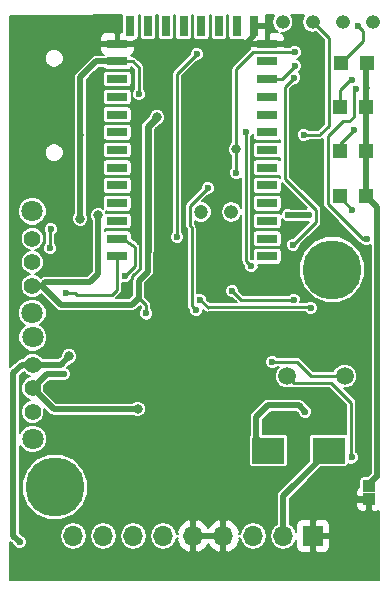
<source format=gbr>
G04 #@! TF.FileFunction,Copper,L2,Bot,Signal*
%FSLAX46Y46*%
G04 Gerber Fmt 4.6, Leading zero omitted, Abs format (unit mm)*
G04 Created by KiCad (PCBNEW 4.0.4-stable) date 11/23/17 14:52:01*
%MOMM*%
%LPD*%
G01*
G04 APERTURE LIST*
%ADD10C,0.100000*%
%ADD11R,1.200000X1.200000*%
%ADD12C,1.200000*%
%ADD13O,1.200000X1.200000*%
%ADD14R,1.800000X0.800000*%
%ADD15R,0.800000X1.800000*%
%ADD16R,1.000000X1.000000*%
%ADD17C,1.500000*%
%ADD18R,2.700000X2.200000*%
%ADD19C,1.400000*%
%ADD20C,1.800000*%
%ADD21R,1.700000X1.700000*%
%ADD22O,1.700000X1.700000*%
%ADD23C,5.000000*%
%ADD24C,0.800000*%
%ADD25C,0.600000*%
%ADD26C,0.600000*%
%ADD27C,0.500000*%
%ADD28C,0.250000*%
%ADD29C,0.200000*%
G04 APERTURE END LIST*
D10*
D11*
X133750000Y-34500000D03*
X135950000Y-34500000D03*
D12*
X121990000Y-43390000D03*
D13*
X124530000Y-43390000D03*
D14*
X114880000Y-47150000D03*
X114880000Y-45650000D03*
X114880000Y-44150000D03*
X114880000Y-42650000D03*
X114880000Y-41150000D03*
X114880000Y-39650000D03*
X114880000Y-38150000D03*
X114880000Y-36650000D03*
X114880000Y-35150000D03*
X114880000Y-33650000D03*
X114880000Y-32150000D03*
X114880000Y-30650000D03*
X114880000Y-29150000D03*
D15*
X115980000Y-27650000D03*
X117480000Y-27650000D03*
X118980000Y-27650000D03*
X120480000Y-27650000D03*
X121980000Y-27650000D03*
X123480000Y-27650000D03*
X124980000Y-27650000D03*
X126480000Y-27650000D03*
D14*
X127580000Y-29150000D03*
X127580000Y-30650000D03*
X127580000Y-32150000D03*
X127580000Y-33650000D03*
X127580000Y-35150000D03*
X127580000Y-36650000D03*
X127580000Y-38150000D03*
X127580000Y-39650000D03*
X127580000Y-41150000D03*
X127580000Y-42650000D03*
X127580000Y-44150000D03*
X127580000Y-45650000D03*
X127580000Y-47150000D03*
D16*
X136180000Y-66590000D03*
X136180000Y-67710000D03*
D13*
X128880000Y-27310000D03*
X131420000Y-27310000D03*
X133960000Y-27310000D03*
X136500000Y-27310000D03*
D17*
X129240000Y-57290000D03*
X134120000Y-57290000D03*
D11*
X133780000Y-30820000D03*
X135980000Y-30820000D03*
X133760000Y-38210000D03*
X135960000Y-38210000D03*
D18*
X132760000Y-63600000D03*
X127660000Y-63600000D03*
D11*
X133690000Y-42030000D03*
X135890000Y-42030000D03*
D19*
X107680000Y-49650000D03*
X107680000Y-45650000D03*
D20*
X107680000Y-43350000D03*
X107680000Y-51950000D03*
D19*
X107680000Y-47650000D03*
X107700000Y-56320000D03*
X107700000Y-60320000D03*
D20*
X107700000Y-62620000D03*
X107700000Y-54020000D03*
D19*
X107700000Y-58320000D03*
D21*
X131460000Y-70830000D03*
D22*
X128920000Y-70830000D03*
X126380000Y-70830000D03*
X123840000Y-70830000D03*
X121300000Y-70830000D03*
X118760000Y-70830000D03*
X116220000Y-70830000D03*
X113680000Y-70830000D03*
X111140000Y-70830000D03*
D23*
X109590000Y-66710000D03*
D24*
X111465000Y-66710000D03*
X110915825Y-68035825D03*
X109590000Y-68585000D03*
X108264175Y-68035825D03*
X107715000Y-66710000D03*
X108264175Y-65384175D03*
X109590000Y-64835000D03*
X110915825Y-65384175D03*
D23*
X133080000Y-48270000D03*
D24*
X134955000Y-48270000D03*
X134405825Y-49595825D03*
X133080000Y-50145000D03*
X131754175Y-49595825D03*
X131205000Y-48270000D03*
X131754175Y-46944175D03*
X133080000Y-46395000D03*
X134405825Y-46944175D03*
X111560000Y-53020000D03*
D25*
X117460000Y-49520000D03*
D24*
X111860000Y-62350000D03*
X122050000Y-48380000D03*
X123080000Y-48360000D03*
D25*
X134590000Y-67470000D03*
X134760000Y-32210000D03*
X135240000Y-27660000D03*
X130780000Y-60300000D03*
X134910000Y-36470000D03*
X126230000Y-47990000D03*
X125800000Y-36620000D03*
X130660000Y-36850000D03*
X129780000Y-46180000D03*
X129840000Y-32020000D03*
X129900000Y-31040000D03*
X134700000Y-64180000D03*
X127990000Y-56100000D03*
X129820000Y-50820000D03*
X124610000Y-50080000D03*
X135980000Y-45690000D03*
X131260000Y-51530000D03*
X135100000Y-32960000D03*
X121860000Y-50830000D03*
X121550000Y-51720000D03*
X122520000Y-41390000D03*
X110500000Y-50240000D03*
X119950000Y-45510000D03*
X121600000Y-30040000D03*
X134770000Y-43220000D03*
D24*
X110780000Y-55630000D03*
D25*
X106620000Y-71330000D03*
D24*
X124920000Y-38090000D03*
X111730000Y-43950000D03*
D25*
X116710000Y-33430000D03*
X124940000Y-40070000D03*
X129890000Y-29890000D03*
D24*
X116590000Y-60090000D03*
D25*
X110350000Y-57120000D03*
D24*
X113260000Y-43680000D03*
D25*
X117320000Y-51990000D03*
D24*
X118230000Y-35390000D03*
D25*
X129300000Y-43660000D03*
X131070000Y-43660000D03*
X109190000Y-46470000D03*
X109230000Y-44860000D03*
X115530000Y-48850000D03*
D26*
X111860000Y-62350000D02*
X111850000Y-62350000D01*
D27*
X114880000Y-29150000D02*
X116750000Y-29150000D01*
X116750000Y-29150000D02*
X117810000Y-30210000D01*
X119650000Y-29150000D02*
X118780000Y-29150000D01*
X125740000Y-29150000D02*
X119650000Y-29150000D01*
X117810000Y-30120000D02*
X117810000Y-30210000D01*
X117810000Y-30210000D02*
X117810000Y-32420000D01*
X118780000Y-29150000D02*
X117810000Y-30120000D01*
X136180000Y-67800000D02*
X135260000Y-67800000D01*
X135260000Y-67800000D02*
X134930000Y-67470000D01*
X134930000Y-67470000D02*
X134590000Y-67470000D01*
X126480000Y-27650000D02*
X126480000Y-28410000D01*
X126480000Y-28410000D02*
X125740000Y-29150000D01*
X127580000Y-29150000D02*
X125740000Y-29150000D01*
D28*
X133750000Y-34500000D02*
X133750000Y-33730000D01*
X133750000Y-33040000D02*
X133750000Y-33730000D01*
X134580000Y-32210000D02*
X133750000Y-33040000D01*
X134760000Y-32210000D02*
X134580000Y-32210000D01*
X133780000Y-30820000D02*
X133780000Y-30790000D01*
X133780000Y-30790000D02*
X135640000Y-28930000D01*
X135640000Y-28930000D02*
X135640000Y-28060000D01*
X135640000Y-28060000D02*
X135240000Y-27660000D01*
D27*
X126620000Y-62560000D02*
X126620000Y-60770000D01*
X130250000Y-59770000D02*
X130780000Y-60300000D01*
X127620000Y-59770000D02*
X130250000Y-59770000D01*
X126620000Y-60770000D02*
X127620000Y-59770000D01*
X126620000Y-62560000D02*
X127660000Y-63600000D01*
D28*
X134910000Y-36470000D02*
X133760000Y-37620000D01*
X133760000Y-37620000D02*
X133760000Y-38210000D01*
X125800000Y-40110839D02*
X125800000Y-36620000D01*
X126230000Y-47990000D02*
X125800000Y-47560000D01*
X125800000Y-47560000D02*
X125800000Y-40110839D01*
X132070000Y-36820000D02*
X132760000Y-36130000D01*
X132760000Y-36130000D02*
X132760000Y-28650000D01*
X131420000Y-27310000D02*
X132760000Y-28650000D01*
X132040000Y-36850000D02*
X132070000Y-36820000D01*
X130660000Y-36850000D02*
X132040000Y-36850000D01*
X129050000Y-33550000D02*
X129050000Y-32810000D01*
X131700000Y-44260000D02*
X131700000Y-43220000D01*
X131700000Y-43220000D02*
X129050000Y-40570000D01*
X129050000Y-33550000D02*
X129050000Y-40570000D01*
X129780000Y-46180000D02*
X131700000Y-44260000D01*
X129050000Y-32810000D02*
X129840000Y-32020000D01*
X128790000Y-32150000D02*
X127580000Y-32150000D01*
X129900000Y-31040000D02*
X128790000Y-32150000D01*
X129830000Y-57880000D02*
X129240000Y-57290000D01*
X132980000Y-57880000D02*
X129830000Y-57880000D01*
X134670000Y-59570000D02*
X132980000Y-57880000D01*
X134670000Y-64150000D02*
X134670000Y-59570000D01*
X134700000Y-64180000D02*
X134670000Y-64150000D01*
X134120000Y-57290000D02*
X131260000Y-57290000D01*
X130070000Y-56100000D02*
X127990000Y-56100000D01*
X131260000Y-57290000D02*
X130070000Y-56100000D01*
X124610000Y-50080000D02*
X125350000Y-50820000D01*
X126700000Y-50820000D02*
X129820000Y-50820000D01*
X125350000Y-50820000D02*
X126700000Y-50820000D01*
D27*
X136860000Y-65010000D02*
X136860000Y-65760000D01*
X136860000Y-47530000D02*
X136860000Y-60680000D01*
X136860000Y-60680000D02*
X136860000Y-65010000D01*
X136860000Y-47530000D02*
X136860000Y-43000000D01*
X136860000Y-43000000D02*
X135890000Y-42030000D01*
X136860000Y-65760000D02*
X136180000Y-66440000D01*
X136180000Y-66440000D02*
X136180000Y-66600000D01*
X135960000Y-38210000D02*
X135960000Y-41960000D01*
X135960000Y-41960000D02*
X135890000Y-42030000D01*
X135950000Y-34500000D02*
X135950000Y-38200000D01*
X135950000Y-38200000D02*
X135960000Y-38210000D01*
X135960000Y-32670000D02*
X135960000Y-34490000D01*
X135960000Y-34490000D02*
X135950000Y-34500000D01*
X135960000Y-32900000D02*
X135960000Y-32670000D01*
X135960000Y-32670000D02*
X135960000Y-30840000D01*
X135960000Y-30840000D02*
X135980000Y-30820000D01*
X136860000Y-65760000D02*
X136860000Y-65820000D01*
X136860000Y-47480000D02*
X136860000Y-47530000D01*
X135960000Y-42080000D02*
X135960000Y-42130000D01*
X135970000Y-32890000D02*
X135960000Y-32900000D01*
D28*
X132690000Y-42710000D02*
X135670000Y-45690000D01*
X135670000Y-45690000D02*
X135980000Y-45690000D01*
X131260000Y-51530000D02*
X131210000Y-51480000D01*
X131210000Y-51480000D02*
X122520000Y-51480000D01*
X132690000Y-37000000D02*
X133980000Y-35710000D01*
X133980000Y-35710000D02*
X134500000Y-35710000D01*
X134500000Y-35710000D02*
X134870000Y-35340000D01*
X134870000Y-35340000D02*
X134870000Y-33580000D01*
X134870000Y-33190000D02*
X135100000Y-32960000D01*
X134870000Y-33580000D02*
X134870000Y-33190000D01*
X132690000Y-42710000D02*
X132690000Y-37000000D01*
X122520000Y-51480000D02*
X122510000Y-51480000D01*
X122520000Y-51490000D02*
X122510000Y-51480000D01*
X122510000Y-51480000D02*
X121860000Y-50830000D01*
X121160000Y-44700000D02*
X121040000Y-44580000D01*
X121160000Y-51330000D02*
X121160000Y-44700000D01*
X121550000Y-51720000D02*
X121160000Y-51330000D01*
X121040000Y-42870000D02*
X122520000Y-41390000D01*
X121040000Y-44580000D02*
X121040000Y-42870000D01*
X114880000Y-47150000D02*
X114880000Y-49990000D01*
X111440000Y-50430000D02*
X111250000Y-50240000D01*
X111250000Y-50240000D02*
X110500000Y-50240000D01*
X114440000Y-50430000D02*
X111440000Y-50430000D01*
X114880000Y-49990000D02*
X114440000Y-50430000D01*
X121600000Y-30040000D02*
X119950000Y-31690000D01*
X119950000Y-31690000D02*
X119950000Y-45510000D01*
X134770000Y-43220000D02*
X133690000Y-42140000D01*
X133690000Y-42140000D02*
X133690000Y-42030000D01*
D27*
X132910000Y-63750000D02*
X132760000Y-63600000D01*
X132760000Y-63600000D02*
X128920000Y-67440000D01*
X128920000Y-67440000D02*
X128920000Y-70800000D01*
D28*
X115710000Y-70290000D02*
X116220000Y-70800000D01*
D27*
X110090000Y-56320000D02*
X107700000Y-56320000D01*
X110780000Y-55630000D02*
X110090000Y-56320000D01*
X106820000Y-56320000D02*
X107700000Y-56320000D01*
X106080000Y-57060000D02*
X106820000Y-56320000D01*
X106080000Y-70790000D02*
X106080000Y-57060000D01*
X106620000Y-71330000D02*
X106080000Y-70790000D01*
X124920000Y-38090000D02*
X124940000Y-38090000D01*
X124940000Y-38090000D02*
X124920000Y-38090000D01*
X124920000Y-38090000D02*
X124940000Y-38090000D01*
X111760000Y-36900000D02*
X111730000Y-36900000D01*
X111730000Y-36870000D02*
X111760000Y-36900000D01*
X111730000Y-36840000D02*
X111730000Y-36870000D01*
X114880000Y-30650000D02*
X113080000Y-30650000D01*
X111730000Y-32000000D02*
X111730000Y-36170000D01*
X111730000Y-36170000D02*
X111730000Y-36900000D01*
X111730000Y-36900000D02*
X111730000Y-43950000D01*
X113080000Y-30650000D02*
X111730000Y-32000000D01*
D28*
X116710000Y-33430000D02*
X116710000Y-31180000D01*
X116180000Y-30650000D02*
X114880000Y-30650000D01*
X116710000Y-31180000D02*
X116180000Y-30650000D01*
X116710000Y-33430000D02*
X116710000Y-33200000D01*
X114880000Y-30650000D02*
X115860000Y-30650000D01*
X124940000Y-31320000D02*
X126370000Y-29890000D01*
X124940000Y-40070000D02*
X124940000Y-38090000D01*
X124940000Y-38090000D02*
X124940000Y-31320000D01*
X129890000Y-29890000D02*
X126370000Y-29890000D01*
D27*
X109470000Y-60090000D02*
X108710000Y-59330000D01*
X116590000Y-60090000D02*
X109470000Y-60090000D01*
X107700000Y-58320000D02*
X108710000Y-59330000D01*
X107700000Y-58320000D02*
X108900000Y-57120000D01*
X110350000Y-57120000D02*
X108900000Y-57120000D01*
X107730000Y-58290000D02*
X107700000Y-58320000D01*
X113260000Y-46020000D02*
X113260000Y-48610000D01*
X113260000Y-43680000D02*
X113260000Y-46020000D01*
X108790000Y-49340000D02*
X108480000Y-49650000D01*
X112530000Y-49340000D02*
X108790000Y-49340000D01*
X113260000Y-48610000D02*
X112530000Y-49340000D01*
X113250000Y-43690000D02*
X113220000Y-43690000D01*
X113260000Y-43680000D02*
X113250000Y-43690000D01*
X107680000Y-49650000D02*
X108480000Y-49650000D01*
D28*
X117320000Y-51290000D02*
X116690000Y-50660000D01*
X117320000Y-51990000D02*
X117320000Y-51290000D01*
D26*
X117460000Y-46720000D02*
X117460000Y-36160000D01*
X117460000Y-36160000D02*
X118230000Y-35390000D01*
D27*
X117460000Y-48440000D02*
X117460000Y-46720000D01*
X116690000Y-49210000D02*
X117460000Y-48440000D01*
X116690000Y-50660000D02*
X116690000Y-49210000D01*
X116110000Y-51240000D02*
X116690000Y-50660000D01*
X110070000Y-51240000D02*
X116110000Y-51240000D01*
X108480000Y-49650000D02*
X110070000Y-51240000D01*
X129300000Y-43660000D02*
X129760000Y-43660000D01*
X129760000Y-43660000D02*
X131070000Y-43660000D01*
D28*
X109190000Y-44900000D02*
X109190000Y-46470000D01*
X109230000Y-44860000D02*
X109190000Y-44900000D01*
X116390000Y-46390000D02*
X115390000Y-45650000D01*
X116390000Y-47990000D02*
X116390000Y-46390000D01*
X115530000Y-48850000D02*
X116390000Y-47990000D01*
X115390000Y-45650000D02*
X114880000Y-45650000D01*
D29*
G36*
X115274123Y-28142000D02*
X115186000Y-28142000D01*
X115034000Y-28294000D01*
X115034000Y-28996000D01*
X116236000Y-28996000D01*
X116376123Y-28855877D01*
X116380000Y-28855877D01*
X116491173Y-28834958D01*
X116593279Y-28769255D01*
X116661778Y-28669003D01*
X116685877Y-28550000D01*
X116685877Y-26755000D01*
X116774123Y-26755000D01*
X116774123Y-28550000D01*
X116795042Y-28661173D01*
X116860745Y-28763279D01*
X116960997Y-28831778D01*
X117080000Y-28855877D01*
X117880000Y-28855877D01*
X117991173Y-28834958D01*
X118093279Y-28769255D01*
X118161778Y-28669003D01*
X118185877Y-28550000D01*
X118185877Y-26755000D01*
X118274123Y-26755000D01*
X118274123Y-28550000D01*
X118295042Y-28661173D01*
X118360745Y-28763279D01*
X118460997Y-28831778D01*
X118580000Y-28855877D01*
X119380000Y-28855877D01*
X119491173Y-28834958D01*
X119593279Y-28769255D01*
X119661778Y-28669003D01*
X119685877Y-28550000D01*
X119685877Y-26755000D01*
X119774123Y-26755000D01*
X119774123Y-28550000D01*
X119795042Y-28661173D01*
X119860745Y-28763279D01*
X119960997Y-28831778D01*
X120080000Y-28855877D01*
X120880000Y-28855877D01*
X120991173Y-28834958D01*
X121093279Y-28769255D01*
X121161778Y-28669003D01*
X121185877Y-28550000D01*
X121185877Y-26755000D01*
X121274123Y-26755000D01*
X121274123Y-28550000D01*
X121295042Y-28661173D01*
X121360745Y-28763279D01*
X121460997Y-28831778D01*
X121580000Y-28855877D01*
X122380000Y-28855877D01*
X122491173Y-28834958D01*
X122593279Y-28769255D01*
X122661778Y-28669003D01*
X122685877Y-28550000D01*
X122685877Y-26755000D01*
X122774123Y-26755000D01*
X122774123Y-28550000D01*
X122795042Y-28661173D01*
X122860745Y-28763279D01*
X122960997Y-28831778D01*
X123080000Y-28855877D01*
X123880000Y-28855877D01*
X123991173Y-28834958D01*
X124093279Y-28769255D01*
X124161778Y-28669003D01*
X124185877Y-28550000D01*
X124185877Y-26755000D01*
X124274123Y-26755000D01*
X124274123Y-28550000D01*
X124295042Y-28661173D01*
X124360745Y-28763279D01*
X124460997Y-28831778D01*
X124580000Y-28855877D01*
X125380000Y-28855877D01*
X125491173Y-28834958D01*
X125529676Y-28810182D01*
X125564562Y-28894404D01*
X125735595Y-29065437D01*
X125959061Y-29158000D01*
X126072000Y-29158000D01*
X126072000Y-29304002D01*
X126223998Y-29304002D01*
X126072000Y-29456000D01*
X126072000Y-29587796D01*
X126069479Y-29589480D01*
X124639480Y-31019480D01*
X124547351Y-31157359D01*
X124545035Y-31169003D01*
X124515000Y-31320000D01*
X124515000Y-37505207D01*
X124326915Y-37692964D01*
X124220122Y-37950150D01*
X124219879Y-38228628D01*
X124326223Y-38486000D01*
X124515000Y-38675107D01*
X124515000Y-39646470D01*
X124431641Y-39729683D01*
X124340104Y-39950129D01*
X124339896Y-40188824D01*
X124431048Y-40409429D01*
X124599683Y-40578359D01*
X124820129Y-40669896D01*
X125058824Y-40670104D01*
X125279429Y-40578952D01*
X125375000Y-40483548D01*
X125375000Y-43095863D01*
X125361492Y-43027953D01*
X125166396Y-42735972D01*
X124874415Y-42540876D01*
X124530000Y-42472368D01*
X124185585Y-42540876D01*
X123893604Y-42735972D01*
X123698508Y-43027953D01*
X123630000Y-43372368D01*
X123630000Y-43407632D01*
X123698508Y-43752047D01*
X123893604Y-44044028D01*
X124185585Y-44239124D01*
X124530000Y-44307632D01*
X124874415Y-44239124D01*
X125166396Y-44044028D01*
X125361492Y-43752047D01*
X125375000Y-43684137D01*
X125375000Y-47560000D01*
X125396682Y-47669003D01*
X125407351Y-47722641D01*
X125499480Y-47860520D01*
X125629999Y-47991039D01*
X125629896Y-48108824D01*
X125721048Y-48329429D01*
X125889683Y-48498359D01*
X126110129Y-48589896D01*
X126348824Y-48590104D01*
X126569429Y-48498952D01*
X126738359Y-48330317D01*
X126829896Y-48109871D01*
X126830104Y-47871176D01*
X126823783Y-47855877D01*
X128480000Y-47855877D01*
X128591173Y-47834958D01*
X128693279Y-47769255D01*
X128761778Y-47669003D01*
X128785877Y-47550000D01*
X128785877Y-46750000D01*
X128764958Y-46638827D01*
X128699255Y-46536721D01*
X128599003Y-46468222D01*
X128480000Y-46444123D01*
X126680000Y-46444123D01*
X126568827Y-46465042D01*
X126466721Y-46530745D01*
X126398222Y-46630997D01*
X126374123Y-46750000D01*
X126374123Y-47400174D01*
X126349871Y-47390104D01*
X126231041Y-47390000D01*
X126225000Y-47383960D01*
X126225000Y-45250000D01*
X126374123Y-45250000D01*
X126374123Y-46050000D01*
X126395042Y-46161173D01*
X126460745Y-46263279D01*
X126560997Y-46331778D01*
X126680000Y-46355877D01*
X128480000Y-46355877D01*
X128591173Y-46334958D01*
X128693279Y-46269255D01*
X128761778Y-46169003D01*
X128785877Y-46050000D01*
X128785877Y-45250000D01*
X128764958Y-45138827D01*
X128699255Y-45036721D01*
X128599003Y-44968222D01*
X128480000Y-44944123D01*
X126680000Y-44944123D01*
X126568827Y-44965042D01*
X126466721Y-45030745D01*
X126398222Y-45130997D01*
X126374123Y-45250000D01*
X126225000Y-45250000D01*
X126225000Y-42250000D01*
X126374123Y-42250000D01*
X126374123Y-43050000D01*
X126395042Y-43161173D01*
X126460745Y-43263279D01*
X126560997Y-43331778D01*
X126680000Y-43355877D01*
X128480000Y-43355877D01*
X128591173Y-43334958D01*
X128693279Y-43269255D01*
X128761778Y-43169003D01*
X128785877Y-43050000D01*
X128785877Y-42250000D01*
X128764958Y-42138827D01*
X128699255Y-42036721D01*
X128599003Y-41968222D01*
X128480000Y-41944123D01*
X126680000Y-41944123D01*
X126568827Y-41965042D01*
X126466721Y-42030745D01*
X126398222Y-42130997D01*
X126374123Y-42250000D01*
X126225000Y-42250000D01*
X126225000Y-37043530D01*
X126308359Y-36960317D01*
X126374123Y-36801939D01*
X126374123Y-37050000D01*
X126395042Y-37161173D01*
X126460745Y-37263279D01*
X126560997Y-37331778D01*
X126680000Y-37355877D01*
X128480000Y-37355877D01*
X128591173Y-37334958D01*
X128625000Y-37313191D01*
X128625000Y-37485985D01*
X128599003Y-37468222D01*
X128480000Y-37444123D01*
X126680000Y-37444123D01*
X126568827Y-37465042D01*
X126466721Y-37530745D01*
X126398222Y-37630997D01*
X126374123Y-37750000D01*
X126374123Y-38550000D01*
X126395042Y-38661173D01*
X126460745Y-38763279D01*
X126560997Y-38831778D01*
X126680000Y-38855877D01*
X128480000Y-38855877D01*
X128591173Y-38834958D01*
X128625000Y-38813191D01*
X128625000Y-38985985D01*
X128599003Y-38968222D01*
X128480000Y-38944123D01*
X126680000Y-38944123D01*
X126568827Y-38965042D01*
X126466721Y-39030745D01*
X126398222Y-39130997D01*
X126374123Y-39250000D01*
X126374123Y-40050000D01*
X126395042Y-40161173D01*
X126460745Y-40263279D01*
X126560997Y-40331778D01*
X126680000Y-40355877D01*
X128480000Y-40355877D01*
X128591173Y-40334958D01*
X128625000Y-40313191D01*
X128625000Y-40485985D01*
X128599003Y-40468222D01*
X128480000Y-40444123D01*
X126680000Y-40444123D01*
X126568827Y-40465042D01*
X126466721Y-40530745D01*
X126398222Y-40630997D01*
X126374123Y-40750000D01*
X126374123Y-41550000D01*
X126395042Y-41661173D01*
X126460745Y-41763279D01*
X126560997Y-41831778D01*
X126680000Y-41855877D01*
X128480000Y-41855877D01*
X128591173Y-41834958D01*
X128693279Y-41769255D01*
X128761778Y-41669003D01*
X128785877Y-41550000D01*
X128785877Y-40906917D01*
X130942458Y-43063498D01*
X130829915Y-43110000D01*
X129540034Y-43110000D01*
X129419871Y-43060104D01*
X129181176Y-43059896D01*
X128960571Y-43151048D01*
X128791641Y-43319683D01*
X128700631Y-43538860D01*
X128699255Y-43536721D01*
X128599003Y-43468222D01*
X128480000Y-43444123D01*
X126680000Y-43444123D01*
X126568827Y-43465042D01*
X126466721Y-43530745D01*
X126398222Y-43630997D01*
X126374123Y-43750000D01*
X126374123Y-44550000D01*
X126395042Y-44661173D01*
X126460745Y-44763279D01*
X126560997Y-44831778D01*
X126680000Y-44855877D01*
X128480000Y-44855877D01*
X128591173Y-44834958D01*
X128693279Y-44769255D01*
X128761778Y-44669003D01*
X128785877Y-44550000D01*
X128785877Y-43986914D01*
X128791048Y-43999429D01*
X128959683Y-44168359D01*
X129180129Y-44259896D01*
X129418824Y-44260104D01*
X129540085Y-44210000D01*
X130829966Y-44210000D01*
X130950129Y-44259896D01*
X131098934Y-44260026D01*
X129778961Y-45579999D01*
X129661176Y-45579896D01*
X129440571Y-45671048D01*
X129271641Y-45839683D01*
X129180104Y-46060129D01*
X129179896Y-46298824D01*
X129271048Y-46519429D01*
X129439683Y-46688359D01*
X129660129Y-46779896D01*
X129898824Y-46780104D01*
X130119429Y-46688952D01*
X130288359Y-46520317D01*
X130379896Y-46299871D01*
X130380000Y-46181040D01*
X132000520Y-44560520D01*
X132092649Y-44422641D01*
X132098016Y-44395657D01*
X132125000Y-44260000D01*
X132125000Y-43220000D01*
X132093195Y-43060104D01*
X132092649Y-43057359D01*
X132000520Y-42919480D01*
X129475000Y-40393960D01*
X129475000Y-32986040D01*
X129841039Y-32620001D01*
X129958824Y-32620104D01*
X130179429Y-32528952D01*
X130348359Y-32360317D01*
X130439896Y-32139871D01*
X130440104Y-31901176D01*
X130348952Y-31680571D01*
X130223948Y-31555349D01*
X130239429Y-31548952D01*
X130408359Y-31380317D01*
X130499896Y-31159871D01*
X130500104Y-30921176D01*
X130408952Y-30700571D01*
X130240317Y-30531641D01*
X130074717Y-30462878D01*
X130229429Y-30398952D01*
X130398359Y-30230317D01*
X130489896Y-30009871D01*
X130490104Y-29771176D01*
X130398952Y-29550571D01*
X130230317Y-29381641D01*
X130009871Y-29290104D01*
X129771176Y-29289896D01*
X129550571Y-29381048D01*
X129466472Y-29465000D01*
X129088000Y-29465000D01*
X129088000Y-29456000D01*
X128936000Y-29304000D01*
X127734000Y-29304000D01*
X127734000Y-29324000D01*
X127426000Y-29324000D01*
X127426000Y-29304000D01*
X127406000Y-29304000D01*
X127406000Y-28996000D01*
X127426000Y-28996000D01*
X127426000Y-28820620D01*
X127488000Y-28670938D01*
X127488000Y-27956000D01*
X127336000Y-27804000D01*
X126634000Y-27804000D01*
X126634000Y-28142000D01*
X126559061Y-28142000D01*
X126335595Y-28234563D01*
X126326000Y-28244158D01*
X126326000Y-27804000D01*
X126306000Y-27804000D01*
X126306000Y-27496000D01*
X126326000Y-27496000D01*
X126326000Y-27476000D01*
X126634000Y-27476000D01*
X126634000Y-27496000D01*
X127336000Y-27496000D01*
X127488000Y-27344000D01*
X127488000Y-26755000D01*
X128177435Y-26755000D01*
X128048508Y-26947953D01*
X127980000Y-27292368D01*
X127980000Y-27327632D01*
X128048508Y-27672047D01*
X128243604Y-27964028D01*
X128509957Y-28142000D01*
X127886000Y-28142000D01*
X127734000Y-28294000D01*
X127734000Y-28996000D01*
X128936000Y-28996000D01*
X129088000Y-28844000D01*
X129088000Y-28629062D01*
X128995438Y-28405596D01*
X128824405Y-28234563D01*
X128740851Y-28199954D01*
X128880000Y-28227632D01*
X129224415Y-28159124D01*
X129516396Y-27964028D01*
X129711492Y-27672047D01*
X129780000Y-27327632D01*
X129780000Y-27292368D01*
X129711492Y-26947953D01*
X129582565Y-26755000D01*
X130717435Y-26755000D01*
X130588508Y-26947953D01*
X130520000Y-27292368D01*
X130520000Y-27327632D01*
X130588508Y-27672047D01*
X130783604Y-27964028D01*
X131075585Y-28159124D01*
X131420000Y-28227632D01*
X131684066Y-28175106D01*
X132335000Y-28826041D01*
X132335000Y-35953959D01*
X131863960Y-36425000D01*
X131083530Y-36425000D01*
X131000317Y-36341641D01*
X130779871Y-36250104D01*
X130541176Y-36249896D01*
X130320571Y-36341048D01*
X130151641Y-36509683D01*
X130060104Y-36730129D01*
X130059896Y-36968824D01*
X130151048Y-37189429D01*
X130319683Y-37358359D01*
X130540129Y-37449896D01*
X130778824Y-37450104D01*
X130999429Y-37358952D01*
X131083528Y-37275000D01*
X132040000Y-37275000D01*
X132190826Y-37244999D01*
X132202641Y-37242649D01*
X132265000Y-37200982D01*
X132265000Y-42710000D01*
X132291511Y-42843279D01*
X132297351Y-42872641D01*
X132389480Y-43010520D01*
X135369479Y-45990520D01*
X135427711Y-46029429D01*
X135507360Y-46082649D01*
X135528341Y-46086822D01*
X135639683Y-46198359D01*
X135860129Y-46289896D01*
X136098824Y-46290104D01*
X136310000Y-46202848D01*
X136310000Y-65532182D01*
X136058059Y-65784123D01*
X135680000Y-65784123D01*
X135568827Y-65805042D01*
X135466721Y-65870745D01*
X135398222Y-65970997D01*
X135374123Y-66090000D01*
X135374123Y-66678604D01*
X135335596Y-66694562D01*
X135164563Y-66865595D01*
X135072000Y-67089061D01*
X135072000Y-67404000D01*
X135224000Y-67556000D01*
X136026000Y-67556000D01*
X136026000Y-67536000D01*
X136334000Y-67536000D01*
X136334000Y-67556000D01*
X136354000Y-67556000D01*
X136354000Y-67864000D01*
X136334000Y-67864000D01*
X136334000Y-68666000D01*
X136486000Y-68818000D01*
X136800938Y-68818000D01*
X137024404Y-68725438D01*
X137065000Y-68684842D01*
X137065000Y-74525000D01*
X105825000Y-74525000D01*
X105825000Y-71312818D01*
X106061362Y-71549180D01*
X106111048Y-71669429D01*
X106279683Y-71838359D01*
X106500129Y-71929896D01*
X106738824Y-71930104D01*
X106959429Y-71838952D01*
X107128359Y-71670317D01*
X107219896Y-71449871D01*
X107220104Y-71211176D01*
X107128952Y-70990571D01*
X106960317Y-70821641D01*
X106926190Y-70807470D01*
X109990000Y-70807470D01*
X109990000Y-70852530D01*
X110077539Y-71292616D01*
X110326827Y-71665703D01*
X110699914Y-71914991D01*
X111140000Y-72002530D01*
X111580086Y-71914991D01*
X111953173Y-71665703D01*
X112202461Y-71292616D01*
X112290000Y-70852530D01*
X112290000Y-70807470D01*
X112530000Y-70807470D01*
X112530000Y-70852530D01*
X112617539Y-71292616D01*
X112866827Y-71665703D01*
X113239914Y-71914991D01*
X113680000Y-72002530D01*
X114120086Y-71914991D01*
X114493173Y-71665703D01*
X114742461Y-71292616D01*
X114830000Y-70852530D01*
X114830000Y-70807470D01*
X115070000Y-70807470D01*
X115070000Y-70852530D01*
X115157539Y-71292616D01*
X115406827Y-71665703D01*
X115779914Y-71914991D01*
X116220000Y-72002530D01*
X116660086Y-71914991D01*
X117033173Y-71665703D01*
X117282461Y-71292616D01*
X117370000Y-70852530D01*
X117370000Y-70807470D01*
X117610000Y-70807470D01*
X117610000Y-70852530D01*
X117697539Y-71292616D01*
X117946827Y-71665703D01*
X118319914Y-71914991D01*
X118760000Y-72002530D01*
X119200086Y-71914991D01*
X119573173Y-71665703D01*
X119822461Y-71292616D01*
X119883848Y-70984002D01*
X120002143Y-70984002D01*
X119892085Y-71208911D01*
X120144259Y-71718854D01*
X120572384Y-72093477D01*
X120921090Y-72237903D01*
X121146000Y-72126889D01*
X121146000Y-70984000D01*
X121454000Y-70984000D01*
X121454000Y-72126889D01*
X121678910Y-72237903D01*
X122027616Y-72093477D01*
X122455741Y-71718854D01*
X122570000Y-71487801D01*
X122684259Y-71718854D01*
X123112384Y-72093477D01*
X123461090Y-72237903D01*
X123686000Y-72126889D01*
X123686000Y-70984000D01*
X121454000Y-70984000D01*
X121146000Y-70984000D01*
X121126000Y-70984000D01*
X121126000Y-70676000D01*
X121146000Y-70676000D01*
X121146000Y-69533111D01*
X121454000Y-69533111D01*
X121454000Y-70676000D01*
X123686000Y-70676000D01*
X123686000Y-69533111D01*
X123994000Y-69533111D01*
X123994000Y-70676000D01*
X124014000Y-70676000D01*
X124014000Y-70984000D01*
X123994000Y-70984000D01*
X123994000Y-72126889D01*
X124218910Y-72237903D01*
X124567616Y-72093477D01*
X124995741Y-71718854D01*
X125247915Y-71208911D01*
X125137857Y-70984002D01*
X125256152Y-70984002D01*
X125317539Y-71292616D01*
X125566827Y-71665703D01*
X125939914Y-71914991D01*
X126380000Y-72002530D01*
X126820086Y-71914991D01*
X127193173Y-71665703D01*
X127442461Y-71292616D01*
X127530000Y-70852530D01*
X127530000Y-70807470D01*
X127442461Y-70367384D01*
X127193173Y-69994297D01*
X126820086Y-69745009D01*
X126380000Y-69657470D01*
X125939914Y-69745009D01*
X125566827Y-69994297D01*
X125317539Y-70367384D01*
X125256152Y-70675998D01*
X125137857Y-70675998D01*
X125247915Y-70451089D01*
X124995741Y-69941146D01*
X124567616Y-69566523D01*
X124218910Y-69422097D01*
X123994000Y-69533111D01*
X123686000Y-69533111D01*
X123461090Y-69422097D01*
X123112384Y-69566523D01*
X122684259Y-69941146D01*
X122570000Y-70172199D01*
X122455741Y-69941146D01*
X122027616Y-69566523D01*
X121678910Y-69422097D01*
X121454000Y-69533111D01*
X121146000Y-69533111D01*
X120921090Y-69422097D01*
X120572384Y-69566523D01*
X120144259Y-69941146D01*
X119892085Y-70451089D01*
X120002143Y-70675998D01*
X119883848Y-70675998D01*
X119822461Y-70367384D01*
X119573173Y-69994297D01*
X119200086Y-69745009D01*
X118760000Y-69657470D01*
X118319914Y-69745009D01*
X117946827Y-69994297D01*
X117697539Y-70367384D01*
X117610000Y-70807470D01*
X117370000Y-70807470D01*
X117282461Y-70367384D01*
X117033173Y-69994297D01*
X116660086Y-69745009D01*
X116220000Y-69657470D01*
X115779914Y-69745009D01*
X115553849Y-69896060D01*
X115547359Y-69897351D01*
X115409480Y-69989480D01*
X115317351Y-70127359D01*
X115317111Y-70128567D01*
X115157539Y-70367384D01*
X115070000Y-70807470D01*
X114830000Y-70807470D01*
X114742461Y-70367384D01*
X114493173Y-69994297D01*
X114120086Y-69745009D01*
X113680000Y-69657470D01*
X113239914Y-69745009D01*
X112866827Y-69994297D01*
X112617539Y-70367384D01*
X112530000Y-70807470D01*
X112290000Y-70807470D01*
X112202461Y-70367384D01*
X111953173Y-69994297D01*
X111580086Y-69745009D01*
X111140000Y-69657470D01*
X110699914Y-69745009D01*
X110326827Y-69994297D01*
X110077539Y-70367384D01*
X109990000Y-70807470D01*
X106926190Y-70807470D01*
X106839143Y-70771325D01*
X106630000Y-70562182D01*
X106630000Y-67264511D01*
X106789515Y-67264511D01*
X107214892Y-68294000D01*
X108001857Y-69082340D01*
X109030602Y-69509513D01*
X110144511Y-69510485D01*
X111174000Y-69085108D01*
X111962340Y-68298143D01*
X112389513Y-67269398D01*
X112390485Y-66155489D01*
X111965108Y-65126000D01*
X111178143Y-64337660D01*
X110149398Y-63910487D01*
X109035489Y-63909515D01*
X108006000Y-64334892D01*
X107217660Y-65121857D01*
X106790487Y-66150602D01*
X106789515Y-67264511D01*
X106630000Y-67264511D01*
X106630000Y-63172772D01*
X106682097Y-63298857D01*
X107019367Y-63636717D01*
X107460258Y-63819791D01*
X107937647Y-63820207D01*
X108378857Y-63637903D01*
X108716717Y-63300633D01*
X108899791Y-62859742D01*
X108900104Y-62500000D01*
X126004123Y-62500000D01*
X126004123Y-64700000D01*
X126025042Y-64811173D01*
X126090745Y-64913279D01*
X126190997Y-64981778D01*
X126310000Y-65005877D01*
X129010000Y-65005877D01*
X129121173Y-64984958D01*
X129223279Y-64919255D01*
X129291778Y-64819003D01*
X129315877Y-64700000D01*
X129315877Y-62500000D01*
X129294958Y-62388827D01*
X129229255Y-62286721D01*
X129129003Y-62218222D01*
X129010000Y-62194123D01*
X127170000Y-62194123D01*
X127170000Y-60997818D01*
X127847817Y-60320000D01*
X130022182Y-60320000D01*
X130221362Y-60519180D01*
X130271048Y-60639429D01*
X130439683Y-60808359D01*
X130660129Y-60899896D01*
X130898824Y-60900104D01*
X131119429Y-60808952D01*
X131288359Y-60640317D01*
X131379896Y-60419871D01*
X131380104Y-60181176D01*
X131288952Y-59960571D01*
X131120317Y-59791641D01*
X130999143Y-59741325D01*
X130638909Y-59381091D01*
X130460476Y-59261866D01*
X130250000Y-59220000D01*
X127620005Y-59220000D01*
X127620000Y-59219999D01*
X127409524Y-59261866D01*
X127231091Y-59381091D01*
X127231089Y-59381094D01*
X126231091Y-60381091D01*
X126111866Y-60559524D01*
X126070000Y-60770000D01*
X126070000Y-62319853D01*
X126028222Y-62380997D01*
X126004123Y-62500000D01*
X108900104Y-62500000D01*
X108900207Y-62382353D01*
X108717903Y-61941143D01*
X108380633Y-61603283D01*
X107939742Y-61420209D01*
X107462353Y-61419793D01*
X107021143Y-61602097D01*
X106683283Y-61939367D01*
X106630000Y-62067687D01*
X106630000Y-57287818D01*
X106941847Y-56975971D01*
X107132806Y-57167264D01*
X107500215Y-57319826D01*
X107501959Y-57319828D01*
X107134286Y-57471747D01*
X106852736Y-57752806D01*
X106700174Y-58120215D01*
X106699827Y-58518040D01*
X106851747Y-58885714D01*
X107132806Y-59167264D01*
X107500215Y-59319826D01*
X107501959Y-59319828D01*
X107134286Y-59471747D01*
X106852736Y-59752806D01*
X106700174Y-60120215D01*
X106699827Y-60518040D01*
X106851747Y-60885714D01*
X107132806Y-61167264D01*
X107500215Y-61319826D01*
X107898040Y-61320173D01*
X108265714Y-61168253D01*
X108547264Y-60887194D01*
X108699826Y-60519785D01*
X108700173Y-60121960D01*
X108683296Y-60081114D01*
X109081091Y-60478909D01*
X109259524Y-60598134D01*
X109470000Y-60640000D01*
X116149954Y-60640000D01*
X116192964Y-60683085D01*
X116450150Y-60789878D01*
X116728628Y-60790121D01*
X116986000Y-60683777D01*
X117183085Y-60487036D01*
X117289878Y-60229850D01*
X117290121Y-59951372D01*
X117183777Y-59694000D01*
X116987036Y-59496915D01*
X116729850Y-59390122D01*
X116451372Y-59389879D01*
X116194000Y-59496223D01*
X116150146Y-59540000D01*
X109697818Y-59540000D01*
X108693306Y-58535488D01*
X108699826Y-58519785D01*
X108700173Y-58121960D01*
X108693064Y-58104754D01*
X109127818Y-57670000D01*
X110109966Y-57670000D01*
X110230129Y-57719896D01*
X110468824Y-57720104D01*
X110689429Y-57628952D01*
X110858359Y-57460317D01*
X110949896Y-57239871D01*
X110950104Y-57001176D01*
X110858952Y-56780571D01*
X110690317Y-56611641D01*
X110609666Y-56578152D01*
X110857750Y-56330068D01*
X110918628Y-56330121D01*
X111176000Y-56223777D01*
X111180961Y-56218824D01*
X127389896Y-56218824D01*
X127481048Y-56439429D01*
X127649683Y-56608359D01*
X127870129Y-56699896D01*
X128108824Y-56700104D01*
X128329429Y-56608952D01*
X128413528Y-56525000D01*
X128520114Y-56525000D01*
X128350372Y-56694446D01*
X128190182Y-57080226D01*
X128189818Y-57497942D01*
X128349334Y-57884000D01*
X128644446Y-58179628D01*
X129030226Y-58339818D01*
X129447942Y-58340182D01*
X129645971Y-58258358D01*
X129667359Y-58272649D01*
X129694343Y-58278016D01*
X129830000Y-58305000D01*
X132803960Y-58305000D01*
X134245000Y-59746040D01*
X134245000Y-62229152D01*
X134229003Y-62218222D01*
X134110000Y-62194123D01*
X131410000Y-62194123D01*
X131298827Y-62215042D01*
X131196721Y-62280745D01*
X131128222Y-62380997D01*
X131104123Y-62500000D01*
X131104123Y-64478059D01*
X128531091Y-67051091D01*
X128411866Y-67229524D01*
X128370000Y-67440000D01*
X128370000Y-69818451D01*
X128106827Y-69994297D01*
X127857539Y-70367384D01*
X127770000Y-70807470D01*
X127770000Y-70852530D01*
X127857539Y-71292616D01*
X128106827Y-71665703D01*
X128479914Y-71914991D01*
X128920000Y-72002530D01*
X129360086Y-71914991D01*
X129733173Y-71665703D01*
X129982461Y-71292616D01*
X130002000Y-71194387D01*
X130002000Y-71800939D01*
X130094563Y-72024405D01*
X130265596Y-72195438D01*
X130489062Y-72288000D01*
X131154000Y-72288000D01*
X131306000Y-72136000D01*
X131306000Y-70984000D01*
X131614000Y-70984000D01*
X131614000Y-72136000D01*
X131766000Y-72288000D01*
X132430938Y-72288000D01*
X132654404Y-72195438D01*
X132825437Y-72024405D01*
X132918000Y-71800939D01*
X132918000Y-71136000D01*
X132766000Y-70984000D01*
X131614000Y-70984000D01*
X131306000Y-70984000D01*
X131286000Y-70984000D01*
X131286000Y-70676000D01*
X131306000Y-70676000D01*
X131306000Y-69524000D01*
X131614000Y-69524000D01*
X131614000Y-70676000D01*
X132766000Y-70676000D01*
X132918000Y-70524000D01*
X132918000Y-69859061D01*
X132825437Y-69635595D01*
X132654404Y-69464562D01*
X132430938Y-69372000D01*
X131766000Y-69372000D01*
X131614000Y-69524000D01*
X131306000Y-69524000D01*
X131154000Y-69372000D01*
X130489062Y-69372000D01*
X130265596Y-69464562D01*
X130094563Y-69635595D01*
X130002000Y-69859061D01*
X130002000Y-70465613D01*
X129982461Y-70367384D01*
X129733173Y-69994297D01*
X129470000Y-69818451D01*
X129470000Y-68016000D01*
X135072000Y-68016000D01*
X135072000Y-68330939D01*
X135164563Y-68554405D01*
X135335596Y-68725438D01*
X135559062Y-68818000D01*
X135874000Y-68818000D01*
X136026000Y-68666000D01*
X136026000Y-67864000D01*
X135224000Y-67864000D01*
X135072000Y-68016000D01*
X129470000Y-68016000D01*
X129470000Y-67667818D01*
X132131941Y-65005877D01*
X134110000Y-65005877D01*
X134221173Y-64984958D01*
X134323279Y-64919255D01*
X134391778Y-64819003D01*
X134413693Y-64710786D01*
X134580129Y-64779896D01*
X134818824Y-64780104D01*
X135039429Y-64688952D01*
X135208359Y-64520317D01*
X135299896Y-64299871D01*
X135300104Y-64061176D01*
X135208952Y-63840571D01*
X135095000Y-63726420D01*
X135095000Y-59570000D01*
X135062649Y-59407360D01*
X135062649Y-59407359D01*
X134970520Y-59269480D01*
X134040972Y-58339932D01*
X134327942Y-58340182D01*
X134714000Y-58180666D01*
X135009628Y-57885554D01*
X135169818Y-57499774D01*
X135170182Y-57082058D01*
X135010666Y-56696000D01*
X134715554Y-56400372D01*
X134329774Y-56240182D01*
X133912058Y-56239818D01*
X133526000Y-56399334D01*
X133230372Y-56694446D01*
X133159552Y-56865000D01*
X131436040Y-56865000D01*
X130370520Y-55799480D01*
X130232641Y-55707351D01*
X130205657Y-55701984D01*
X130070000Y-55675000D01*
X128413530Y-55675000D01*
X128330317Y-55591641D01*
X128109871Y-55500104D01*
X127871176Y-55499896D01*
X127650571Y-55591048D01*
X127481641Y-55759683D01*
X127390104Y-55980129D01*
X127389896Y-56218824D01*
X111180961Y-56218824D01*
X111373085Y-56027036D01*
X111479878Y-55769850D01*
X111480121Y-55491372D01*
X111373777Y-55234000D01*
X111177036Y-55036915D01*
X110919850Y-54930122D01*
X110641372Y-54929879D01*
X110384000Y-55036223D01*
X110186915Y-55232964D01*
X110080122Y-55490150D01*
X110080068Y-55552115D01*
X109862182Y-55770000D01*
X108554746Y-55770000D01*
X108548253Y-55754286D01*
X108267194Y-55472736D01*
X107899785Y-55320174D01*
X107501960Y-55319827D01*
X107134286Y-55471747D01*
X106852736Y-55752806D01*
X106845596Y-55770000D01*
X106820000Y-55770000D01*
X106609524Y-55811866D01*
X106431091Y-55931091D01*
X105825000Y-56537182D01*
X105825000Y-52187647D01*
X106479793Y-52187647D01*
X106662097Y-52628857D01*
X106999367Y-52966717D01*
X107052936Y-52988961D01*
X107021143Y-53002097D01*
X106683283Y-53339367D01*
X106500209Y-53780258D01*
X106499793Y-54257647D01*
X106682097Y-54698857D01*
X107019367Y-55036717D01*
X107460258Y-55219791D01*
X107937647Y-55220207D01*
X108378857Y-55037903D01*
X108716717Y-54700633D01*
X108899791Y-54259742D01*
X108900207Y-53782353D01*
X108717903Y-53341143D01*
X108380633Y-53003283D01*
X108327064Y-52981039D01*
X108358857Y-52967903D01*
X108696717Y-52630633D01*
X108879791Y-52189742D01*
X108880207Y-51712353D01*
X108697903Y-51271143D01*
X108360633Y-50933283D01*
X107919742Y-50750209D01*
X107442353Y-50749793D01*
X107001143Y-50932097D01*
X106663283Y-51269367D01*
X106480209Y-51710258D01*
X106479793Y-52187647D01*
X105825000Y-52187647D01*
X105825000Y-45848040D01*
X106679827Y-45848040D01*
X106831747Y-46215714D01*
X107112806Y-46497264D01*
X107480215Y-46649826D01*
X107481959Y-46649828D01*
X107114286Y-46801747D01*
X106832736Y-47082806D01*
X106680174Y-47450215D01*
X106679827Y-47848040D01*
X106831747Y-48215714D01*
X107112806Y-48497264D01*
X107480215Y-48649826D01*
X107481959Y-48649828D01*
X107114286Y-48801747D01*
X106832736Y-49082806D01*
X106680174Y-49450215D01*
X106679827Y-49848040D01*
X106831747Y-50215714D01*
X107112806Y-50497264D01*
X107480215Y-50649826D01*
X107878040Y-50650173D01*
X108245714Y-50498253D01*
X108398208Y-50346025D01*
X109681089Y-51628906D01*
X109681091Y-51628909D01*
X109821383Y-51722649D01*
X109859524Y-51748134D01*
X110070000Y-51790001D01*
X110070005Y-51790000D01*
X116110000Y-51790000D01*
X116320476Y-51748134D01*
X116498909Y-51628909D01*
X116778389Y-51349429D01*
X116895000Y-51466041D01*
X116895000Y-51566470D01*
X116811641Y-51649683D01*
X116720104Y-51870129D01*
X116719896Y-52108824D01*
X116811048Y-52329429D01*
X116979683Y-52498359D01*
X117200129Y-52589896D01*
X117438824Y-52590104D01*
X117659429Y-52498952D01*
X117828359Y-52330317D01*
X117919896Y-52109871D01*
X117920104Y-51871176D01*
X117828952Y-51650571D01*
X117745000Y-51566472D01*
X117745000Y-51290000D01*
X117729614Y-51212649D01*
X117712649Y-51127359D01*
X117620521Y-50989480D01*
X117240000Y-50608960D01*
X117240000Y-49437818D01*
X117848906Y-48828911D01*
X117848909Y-48828909D01*
X117968134Y-48650476D01*
X118010000Y-48440000D01*
X118010000Y-46956087D01*
X118014328Y-46949610D01*
X118060000Y-46720000D01*
X118060000Y-45628824D01*
X119349896Y-45628824D01*
X119441048Y-45849429D01*
X119609683Y-46018359D01*
X119830129Y-46109896D01*
X120068824Y-46110104D01*
X120289429Y-46018952D01*
X120458359Y-45850317D01*
X120549896Y-45629871D01*
X120550104Y-45391176D01*
X120458952Y-45170571D01*
X120375000Y-45086472D01*
X120375000Y-42870000D01*
X120615000Y-42870000D01*
X120615000Y-44580000D01*
X120641984Y-44715657D01*
X120647351Y-44742641D01*
X120735000Y-44873815D01*
X120735000Y-51330000D01*
X120754912Y-51430104D01*
X120767351Y-51492641D01*
X120859480Y-51630520D01*
X120949999Y-51721039D01*
X120949896Y-51838824D01*
X121041048Y-52059429D01*
X121209683Y-52228359D01*
X121430129Y-52319896D01*
X121668824Y-52320104D01*
X121889429Y-52228952D01*
X122058359Y-52060317D01*
X122149896Y-51839871D01*
X122150000Y-51721040D01*
X122209480Y-51780521D01*
X122209483Y-51780523D01*
X122219480Y-51790520D01*
X122357359Y-51882649D01*
X122520000Y-51914999D01*
X122570270Y-51905000D01*
X130786557Y-51905000D01*
X130919683Y-52038359D01*
X131140129Y-52129896D01*
X131378824Y-52130104D01*
X131599429Y-52038952D01*
X131768359Y-51870317D01*
X131859896Y-51649871D01*
X131860104Y-51411176D01*
X131768952Y-51190571D01*
X131600317Y-51021641D01*
X131379871Y-50930104D01*
X131141176Y-50929896D01*
X130920571Y-51021048D01*
X130886560Y-51055000D01*
X130372090Y-51055000D01*
X130419896Y-50939871D01*
X130420104Y-50701176D01*
X130328952Y-50480571D01*
X130160317Y-50311641D01*
X129939871Y-50220104D01*
X129701176Y-50219896D01*
X129480571Y-50311048D01*
X129396472Y-50395000D01*
X125526040Y-50395000D01*
X125210001Y-50078961D01*
X125210104Y-49961176D01*
X125118952Y-49740571D01*
X124950317Y-49571641D01*
X124729871Y-49480104D01*
X124491176Y-49479896D01*
X124270571Y-49571048D01*
X124101641Y-49739683D01*
X124010104Y-49960129D01*
X124009896Y-50198824D01*
X124101048Y-50419429D01*
X124269683Y-50588359D01*
X124490129Y-50679896D01*
X124608960Y-50680000D01*
X124983960Y-51055000D01*
X122686041Y-51055000D01*
X122460001Y-50828961D01*
X122460104Y-50711176D01*
X122368952Y-50490571D01*
X122200317Y-50321641D01*
X121979871Y-50230104D01*
X121741176Y-50229896D01*
X121585000Y-50294427D01*
X121585000Y-48824511D01*
X130279515Y-48824511D01*
X130704892Y-49854000D01*
X131491857Y-50642340D01*
X132520602Y-51069513D01*
X133634511Y-51070485D01*
X134664000Y-50645108D01*
X135452340Y-49858143D01*
X135879513Y-48829398D01*
X135880485Y-47715489D01*
X135455108Y-46686000D01*
X134668143Y-45897660D01*
X133639398Y-45470487D01*
X132525489Y-45469515D01*
X131496000Y-45894892D01*
X130707660Y-46681857D01*
X130280487Y-47710602D01*
X130279515Y-48824511D01*
X121585000Y-48824511D01*
X121585000Y-44700000D01*
X121575089Y-44650174D01*
X121552649Y-44537359D01*
X121465000Y-44406183D01*
X121465000Y-44137988D01*
X121479525Y-44152538D01*
X121810194Y-44289843D01*
X122168236Y-44290156D01*
X122499143Y-44153428D01*
X122752538Y-43900475D01*
X122889843Y-43569806D01*
X122890156Y-43211764D01*
X122753428Y-42880857D01*
X122500475Y-42627462D01*
X122169806Y-42490157D01*
X122021013Y-42490027D01*
X122521039Y-41990001D01*
X122638824Y-41990104D01*
X122859429Y-41898952D01*
X123028359Y-41730317D01*
X123119896Y-41509871D01*
X123120104Y-41271176D01*
X123028952Y-41050571D01*
X122860317Y-40881641D01*
X122639871Y-40790104D01*
X122401176Y-40789896D01*
X122180571Y-40881048D01*
X122011641Y-41049683D01*
X121920104Y-41270129D01*
X121920000Y-41388960D01*
X120739480Y-42569480D01*
X120647351Y-42707359D01*
X120647351Y-42707360D01*
X120615000Y-42870000D01*
X120375000Y-42870000D01*
X120375000Y-31866040D01*
X121601039Y-30640001D01*
X121718824Y-30640104D01*
X121939429Y-30548952D01*
X122108359Y-30380317D01*
X122199896Y-30159871D01*
X122200104Y-29921176D01*
X122108952Y-29700571D01*
X121940317Y-29531641D01*
X121719871Y-29440104D01*
X121481176Y-29439896D01*
X121260571Y-29531048D01*
X121091641Y-29699683D01*
X121000104Y-29920129D01*
X121000000Y-30038959D01*
X119649480Y-31389480D01*
X119557351Y-31527359D01*
X119555489Y-31536721D01*
X119525000Y-31690000D01*
X119525000Y-45086470D01*
X119441641Y-45169683D01*
X119350104Y-45390129D01*
X119349896Y-45628824D01*
X118060000Y-45628824D01*
X118060000Y-36408528D01*
X118385293Y-36083235D01*
X118626000Y-35983777D01*
X118823085Y-35787036D01*
X118929878Y-35529850D01*
X118930121Y-35251372D01*
X118823777Y-34994000D01*
X118627036Y-34796915D01*
X118369850Y-34690122D01*
X118091372Y-34689879D01*
X117834000Y-34796223D01*
X117636915Y-34992964D01*
X117536371Y-35235101D01*
X117035736Y-35735736D01*
X116905672Y-35930390D01*
X116860000Y-36160000D01*
X116860000Y-46720000D01*
X116905672Y-46949610D01*
X116910000Y-46956087D01*
X116910000Y-48212183D01*
X116301091Y-48821091D01*
X116181866Y-48999524D01*
X116140000Y-49210000D01*
X116140000Y-50432182D01*
X115882182Y-50690000D01*
X114781040Y-50690000D01*
X115180520Y-50290520D01*
X115272649Y-50152641D01*
X115279116Y-50120129D01*
X115305000Y-49990000D01*
X115305000Y-49406243D01*
X115410129Y-49449896D01*
X115648824Y-49450104D01*
X115869429Y-49358952D01*
X116038359Y-49190317D01*
X116129896Y-48969871D01*
X116130000Y-48851041D01*
X116690521Y-48290520D01*
X116782649Y-48152641D01*
X116815000Y-47990000D01*
X116815000Y-46390000D01*
X116808810Y-46358881D01*
X116810333Y-46327192D01*
X116792783Y-46278306D01*
X116782649Y-46227360D01*
X116765023Y-46200981D01*
X116754302Y-46171118D01*
X116719376Y-46132665D01*
X116690520Y-46089480D01*
X116664141Y-46071854D01*
X116642808Y-46048367D01*
X116085877Y-45636238D01*
X116085877Y-45250000D01*
X116064958Y-45138827D01*
X115999255Y-45036721D01*
X115899003Y-44968222D01*
X115780000Y-44944123D01*
X113980000Y-44944123D01*
X113868827Y-44965042D01*
X113810000Y-45002896D01*
X113810000Y-44796933D01*
X113860997Y-44831778D01*
X113980000Y-44855877D01*
X115780000Y-44855877D01*
X115891173Y-44834958D01*
X115993279Y-44769255D01*
X116061778Y-44669003D01*
X116085877Y-44550000D01*
X116085877Y-43750000D01*
X116064958Y-43638827D01*
X115999255Y-43536721D01*
X115899003Y-43468222D01*
X115780000Y-43444123D01*
X113980000Y-43444123D01*
X113924271Y-43454609D01*
X113874662Y-43334545D01*
X113980000Y-43355877D01*
X115780000Y-43355877D01*
X115891173Y-43334958D01*
X115993279Y-43269255D01*
X116061778Y-43169003D01*
X116085877Y-43050000D01*
X116085877Y-42250000D01*
X116064958Y-42138827D01*
X115999255Y-42036721D01*
X115899003Y-41968222D01*
X115780000Y-41944123D01*
X113980000Y-41944123D01*
X113868827Y-41965042D01*
X113766721Y-42030745D01*
X113698222Y-42130997D01*
X113674123Y-42250000D01*
X113674123Y-43050000D01*
X113686652Y-43116582D01*
X113657036Y-43086915D01*
X113399850Y-42980122D01*
X113121372Y-42979879D01*
X112864000Y-43086223D01*
X112666915Y-43282964D01*
X112560122Y-43540150D01*
X112559879Y-43818628D01*
X112666223Y-44076000D01*
X112710000Y-44119854D01*
X112710000Y-48382182D01*
X112302182Y-48790000D01*
X108790000Y-48790000D01*
X108579524Y-48831866D01*
X108401091Y-48951091D01*
X108398188Y-48953994D01*
X108247194Y-48802736D01*
X107879785Y-48650174D01*
X107878041Y-48650172D01*
X108245714Y-48498253D01*
X108527264Y-48217194D01*
X108679826Y-47849785D01*
X108680173Y-47451960D01*
X108528253Y-47084286D01*
X108247194Y-46802736D01*
X107879785Y-46650174D01*
X107878041Y-46650172D01*
X108026514Y-46588824D01*
X108589896Y-46588824D01*
X108681048Y-46809429D01*
X108849683Y-46978359D01*
X109070129Y-47069896D01*
X109308824Y-47070104D01*
X109529429Y-46978952D01*
X109698359Y-46810317D01*
X109789896Y-46589871D01*
X109790104Y-46351176D01*
X109698952Y-46130571D01*
X109615000Y-46046472D01*
X109615000Y-45323461D01*
X109738359Y-45200317D01*
X109829896Y-44979871D01*
X109830104Y-44741176D01*
X109738952Y-44520571D01*
X109570317Y-44351641D01*
X109349871Y-44260104D01*
X109111176Y-44259896D01*
X108890571Y-44351048D01*
X108721641Y-44519683D01*
X108630104Y-44740129D01*
X108629896Y-44978824D01*
X108721048Y-45199429D01*
X108765000Y-45243458D01*
X108765000Y-46046470D01*
X108681641Y-46129683D01*
X108590104Y-46350129D01*
X108589896Y-46588824D01*
X108026514Y-46588824D01*
X108245714Y-46498253D01*
X108527264Y-46217194D01*
X108679826Y-45849785D01*
X108680173Y-45451960D01*
X108528253Y-45084286D01*
X108247194Y-44802736D01*
X107879785Y-44650174D01*
X107481960Y-44649827D01*
X107114286Y-44801747D01*
X106832736Y-45082806D01*
X106680174Y-45450215D01*
X106679827Y-45848040D01*
X105825000Y-45848040D01*
X105825000Y-43587647D01*
X106479793Y-43587647D01*
X106662097Y-44028857D01*
X106999367Y-44366717D01*
X107440258Y-44549791D01*
X107917647Y-44550207D01*
X108358857Y-44367903D01*
X108638620Y-44088628D01*
X111029879Y-44088628D01*
X111136223Y-44346000D01*
X111332964Y-44543085D01*
X111590150Y-44649878D01*
X111868628Y-44650121D01*
X112126000Y-44543777D01*
X112323085Y-44347036D01*
X112429878Y-44089850D01*
X112430121Y-43811372D01*
X112323777Y-43554000D01*
X112280000Y-43510146D01*
X112280000Y-40750000D01*
X113674123Y-40750000D01*
X113674123Y-41550000D01*
X113695042Y-41661173D01*
X113760745Y-41763279D01*
X113860997Y-41831778D01*
X113980000Y-41855877D01*
X115780000Y-41855877D01*
X115891173Y-41834958D01*
X115993279Y-41769255D01*
X116061778Y-41669003D01*
X116085877Y-41550000D01*
X116085877Y-40750000D01*
X116064958Y-40638827D01*
X115999255Y-40536721D01*
X115899003Y-40468222D01*
X115780000Y-40444123D01*
X113980000Y-40444123D01*
X113868827Y-40465042D01*
X113766721Y-40530745D01*
X113698222Y-40630997D01*
X113674123Y-40750000D01*
X112280000Y-40750000D01*
X112280000Y-39250000D01*
X113674123Y-39250000D01*
X113674123Y-40050000D01*
X113695042Y-40161173D01*
X113760745Y-40263279D01*
X113860997Y-40331778D01*
X113980000Y-40355877D01*
X115780000Y-40355877D01*
X115891173Y-40334958D01*
X115993279Y-40269255D01*
X116061778Y-40169003D01*
X116085877Y-40050000D01*
X116085877Y-39250000D01*
X116064958Y-39138827D01*
X115999255Y-39036721D01*
X115899003Y-38968222D01*
X115780000Y-38944123D01*
X113980000Y-38944123D01*
X113868827Y-38965042D01*
X113766721Y-39030745D01*
X113698222Y-39130997D01*
X113674123Y-39250000D01*
X112280000Y-39250000D01*
X112280000Y-37750000D01*
X113674123Y-37750000D01*
X113674123Y-38550000D01*
X113695042Y-38661173D01*
X113760745Y-38763279D01*
X113860997Y-38831778D01*
X113980000Y-38855877D01*
X115780000Y-38855877D01*
X115891173Y-38834958D01*
X115993279Y-38769255D01*
X116061778Y-38669003D01*
X116085877Y-38550000D01*
X116085877Y-37750000D01*
X116064958Y-37638827D01*
X115999255Y-37536721D01*
X115899003Y-37468222D01*
X115780000Y-37444123D01*
X113980000Y-37444123D01*
X113868827Y-37465042D01*
X113766721Y-37530745D01*
X113698222Y-37630997D01*
X113674123Y-37750000D01*
X112280000Y-37750000D01*
X112280000Y-37050821D01*
X112310000Y-36900000D01*
X112280000Y-36749179D01*
X112280000Y-36250000D01*
X113674123Y-36250000D01*
X113674123Y-37050000D01*
X113695042Y-37161173D01*
X113760745Y-37263279D01*
X113860997Y-37331778D01*
X113980000Y-37355877D01*
X115780000Y-37355877D01*
X115891173Y-37334958D01*
X115993279Y-37269255D01*
X116061778Y-37169003D01*
X116085877Y-37050000D01*
X116085877Y-36250000D01*
X116064958Y-36138827D01*
X115999255Y-36036721D01*
X115899003Y-35968222D01*
X115780000Y-35944123D01*
X113980000Y-35944123D01*
X113868827Y-35965042D01*
X113766721Y-36030745D01*
X113698222Y-36130997D01*
X113674123Y-36250000D01*
X112280000Y-36250000D01*
X112280000Y-34750000D01*
X113674123Y-34750000D01*
X113674123Y-35550000D01*
X113695042Y-35661173D01*
X113760745Y-35763279D01*
X113860997Y-35831778D01*
X113980000Y-35855877D01*
X115780000Y-35855877D01*
X115891173Y-35834958D01*
X115993279Y-35769255D01*
X116061778Y-35669003D01*
X116085877Y-35550000D01*
X116085877Y-34750000D01*
X116064958Y-34638827D01*
X115999255Y-34536721D01*
X115899003Y-34468222D01*
X115780000Y-34444123D01*
X113980000Y-34444123D01*
X113868827Y-34465042D01*
X113766721Y-34530745D01*
X113698222Y-34630997D01*
X113674123Y-34750000D01*
X112280000Y-34750000D01*
X112280000Y-33250000D01*
X113674123Y-33250000D01*
X113674123Y-34050000D01*
X113695042Y-34161173D01*
X113760745Y-34263279D01*
X113860997Y-34331778D01*
X113980000Y-34355877D01*
X115780000Y-34355877D01*
X115891173Y-34334958D01*
X115993279Y-34269255D01*
X116061778Y-34169003D01*
X116085877Y-34050000D01*
X116085877Y-33250000D01*
X116064958Y-33138827D01*
X115999255Y-33036721D01*
X115899003Y-32968222D01*
X115780000Y-32944123D01*
X113980000Y-32944123D01*
X113868827Y-32965042D01*
X113766721Y-33030745D01*
X113698222Y-33130997D01*
X113674123Y-33250000D01*
X112280000Y-33250000D01*
X112280000Y-32227818D01*
X112757818Y-31750000D01*
X113674123Y-31750000D01*
X113674123Y-32550000D01*
X113695042Y-32661173D01*
X113760745Y-32763279D01*
X113860997Y-32831778D01*
X113980000Y-32855877D01*
X115780000Y-32855877D01*
X115891173Y-32834958D01*
X115993279Y-32769255D01*
X116061778Y-32669003D01*
X116085877Y-32550000D01*
X116085877Y-31750000D01*
X116064958Y-31638827D01*
X115999255Y-31536721D01*
X115899003Y-31468222D01*
X115780000Y-31444123D01*
X113980000Y-31444123D01*
X113868827Y-31465042D01*
X113766721Y-31530745D01*
X113698222Y-31630997D01*
X113674123Y-31750000D01*
X112757818Y-31750000D01*
X113307818Y-31200000D01*
X113720026Y-31200000D01*
X113760745Y-31263279D01*
X113860997Y-31331778D01*
X113980000Y-31355877D01*
X115780000Y-31355877D01*
X115891173Y-31334958D01*
X115993279Y-31269255D01*
X116061778Y-31169003D01*
X116067872Y-31138912D01*
X116285000Y-31356041D01*
X116285000Y-33006470D01*
X116201641Y-33089683D01*
X116110104Y-33310129D01*
X116109896Y-33548824D01*
X116201048Y-33769429D01*
X116369683Y-33938359D01*
X116590129Y-34029896D01*
X116828824Y-34030104D01*
X117049429Y-33938952D01*
X117218359Y-33770317D01*
X117309896Y-33549871D01*
X117310104Y-33311176D01*
X117218952Y-33090571D01*
X117135000Y-33006472D01*
X117135000Y-31180000D01*
X117102649Y-31017360D01*
X117037681Y-30920129D01*
X117010520Y-30879479D01*
X116480520Y-30349480D01*
X116342641Y-30257351D01*
X116305684Y-30250000D01*
X116180000Y-30225000D01*
X116081173Y-30225000D01*
X116064958Y-30138827D01*
X116040182Y-30100324D01*
X116124405Y-30065437D01*
X116295438Y-29894404D01*
X116388000Y-29670938D01*
X116388000Y-29456000D01*
X116236000Y-29304000D01*
X115034000Y-29304000D01*
X115034000Y-29324000D01*
X114726000Y-29324000D01*
X114726000Y-29304000D01*
X113524000Y-29304000D01*
X113372000Y-29456000D01*
X113372000Y-29670938D01*
X113464562Y-29894404D01*
X113635595Y-30065437D01*
X113719037Y-30100000D01*
X113080000Y-30100000D01*
X112869524Y-30141866D01*
X112691091Y-30261091D01*
X111341091Y-31611091D01*
X111221866Y-31789524D01*
X111180000Y-32000000D01*
X111180000Y-43509954D01*
X111136915Y-43552964D01*
X111030122Y-43810150D01*
X111029879Y-44088628D01*
X108638620Y-44088628D01*
X108696717Y-44030633D01*
X108879791Y-43589742D01*
X108880207Y-43112353D01*
X108697903Y-42671143D01*
X108360633Y-42333283D01*
X107919742Y-42150209D01*
X107442353Y-42149793D01*
X107001143Y-42332097D01*
X106663283Y-42669367D01*
X106480209Y-43110258D01*
X106479793Y-43587647D01*
X105825000Y-43587647D01*
X105825000Y-38528432D01*
X108719861Y-38528432D01*
X108841397Y-38822572D01*
X109066245Y-39047812D01*
X109360172Y-39169861D01*
X109678432Y-39170139D01*
X109972572Y-39048603D01*
X110197812Y-38823755D01*
X110319861Y-38529828D01*
X110320139Y-38211568D01*
X110198603Y-37917428D01*
X109973755Y-37692188D01*
X109679828Y-37570139D01*
X109361568Y-37569861D01*
X109067428Y-37691397D01*
X108842188Y-37916245D01*
X108720139Y-38210172D01*
X108719861Y-38528432D01*
X105825000Y-38528432D01*
X105825000Y-30548432D01*
X108719861Y-30548432D01*
X108841397Y-30842572D01*
X109066245Y-31067812D01*
X109360172Y-31189861D01*
X109678432Y-31190139D01*
X109972572Y-31068603D01*
X110197812Y-30843755D01*
X110319861Y-30549828D01*
X110320139Y-30231568D01*
X110198603Y-29937428D01*
X109973755Y-29712188D01*
X109679828Y-29590139D01*
X109361568Y-29589861D01*
X109067428Y-29711397D01*
X108842188Y-29936245D01*
X108720139Y-30230172D01*
X108719861Y-30548432D01*
X105825000Y-30548432D01*
X105825000Y-28629062D01*
X113372000Y-28629062D01*
X113372000Y-28844000D01*
X113524000Y-28996000D01*
X114726000Y-28996000D01*
X114726000Y-28294000D01*
X114574000Y-28142000D01*
X113859061Y-28142000D01*
X113635595Y-28234563D01*
X113464562Y-28405596D01*
X113372000Y-28629062D01*
X105825000Y-28629062D01*
X105825000Y-26765000D01*
X112790000Y-26765000D01*
X112840274Y-26755000D01*
X115274123Y-26755000D01*
X115274123Y-28142000D01*
X115274123Y-28142000D01*
G37*
X115274123Y-28142000D02*
X115186000Y-28142000D01*
X115034000Y-28294000D01*
X115034000Y-28996000D01*
X116236000Y-28996000D01*
X116376123Y-28855877D01*
X116380000Y-28855877D01*
X116491173Y-28834958D01*
X116593279Y-28769255D01*
X116661778Y-28669003D01*
X116685877Y-28550000D01*
X116685877Y-26755000D01*
X116774123Y-26755000D01*
X116774123Y-28550000D01*
X116795042Y-28661173D01*
X116860745Y-28763279D01*
X116960997Y-28831778D01*
X117080000Y-28855877D01*
X117880000Y-28855877D01*
X117991173Y-28834958D01*
X118093279Y-28769255D01*
X118161778Y-28669003D01*
X118185877Y-28550000D01*
X118185877Y-26755000D01*
X118274123Y-26755000D01*
X118274123Y-28550000D01*
X118295042Y-28661173D01*
X118360745Y-28763279D01*
X118460997Y-28831778D01*
X118580000Y-28855877D01*
X119380000Y-28855877D01*
X119491173Y-28834958D01*
X119593279Y-28769255D01*
X119661778Y-28669003D01*
X119685877Y-28550000D01*
X119685877Y-26755000D01*
X119774123Y-26755000D01*
X119774123Y-28550000D01*
X119795042Y-28661173D01*
X119860745Y-28763279D01*
X119960997Y-28831778D01*
X120080000Y-28855877D01*
X120880000Y-28855877D01*
X120991173Y-28834958D01*
X121093279Y-28769255D01*
X121161778Y-28669003D01*
X121185877Y-28550000D01*
X121185877Y-26755000D01*
X121274123Y-26755000D01*
X121274123Y-28550000D01*
X121295042Y-28661173D01*
X121360745Y-28763279D01*
X121460997Y-28831778D01*
X121580000Y-28855877D01*
X122380000Y-28855877D01*
X122491173Y-28834958D01*
X122593279Y-28769255D01*
X122661778Y-28669003D01*
X122685877Y-28550000D01*
X122685877Y-26755000D01*
X122774123Y-26755000D01*
X122774123Y-28550000D01*
X122795042Y-28661173D01*
X122860745Y-28763279D01*
X122960997Y-28831778D01*
X123080000Y-28855877D01*
X123880000Y-28855877D01*
X123991173Y-28834958D01*
X124093279Y-28769255D01*
X124161778Y-28669003D01*
X124185877Y-28550000D01*
X124185877Y-26755000D01*
X124274123Y-26755000D01*
X124274123Y-28550000D01*
X124295042Y-28661173D01*
X124360745Y-28763279D01*
X124460997Y-28831778D01*
X124580000Y-28855877D01*
X125380000Y-28855877D01*
X125491173Y-28834958D01*
X125529676Y-28810182D01*
X125564562Y-28894404D01*
X125735595Y-29065437D01*
X125959061Y-29158000D01*
X126072000Y-29158000D01*
X126072000Y-29304002D01*
X126223998Y-29304002D01*
X126072000Y-29456000D01*
X126072000Y-29587796D01*
X126069479Y-29589480D01*
X124639480Y-31019480D01*
X124547351Y-31157359D01*
X124545035Y-31169003D01*
X124515000Y-31320000D01*
X124515000Y-37505207D01*
X124326915Y-37692964D01*
X124220122Y-37950150D01*
X124219879Y-38228628D01*
X124326223Y-38486000D01*
X124515000Y-38675107D01*
X124515000Y-39646470D01*
X124431641Y-39729683D01*
X124340104Y-39950129D01*
X124339896Y-40188824D01*
X124431048Y-40409429D01*
X124599683Y-40578359D01*
X124820129Y-40669896D01*
X125058824Y-40670104D01*
X125279429Y-40578952D01*
X125375000Y-40483548D01*
X125375000Y-43095863D01*
X125361492Y-43027953D01*
X125166396Y-42735972D01*
X124874415Y-42540876D01*
X124530000Y-42472368D01*
X124185585Y-42540876D01*
X123893604Y-42735972D01*
X123698508Y-43027953D01*
X123630000Y-43372368D01*
X123630000Y-43407632D01*
X123698508Y-43752047D01*
X123893604Y-44044028D01*
X124185585Y-44239124D01*
X124530000Y-44307632D01*
X124874415Y-44239124D01*
X125166396Y-44044028D01*
X125361492Y-43752047D01*
X125375000Y-43684137D01*
X125375000Y-47560000D01*
X125396682Y-47669003D01*
X125407351Y-47722641D01*
X125499480Y-47860520D01*
X125629999Y-47991039D01*
X125629896Y-48108824D01*
X125721048Y-48329429D01*
X125889683Y-48498359D01*
X126110129Y-48589896D01*
X126348824Y-48590104D01*
X126569429Y-48498952D01*
X126738359Y-48330317D01*
X126829896Y-48109871D01*
X126830104Y-47871176D01*
X126823783Y-47855877D01*
X128480000Y-47855877D01*
X128591173Y-47834958D01*
X128693279Y-47769255D01*
X128761778Y-47669003D01*
X128785877Y-47550000D01*
X128785877Y-46750000D01*
X128764958Y-46638827D01*
X128699255Y-46536721D01*
X128599003Y-46468222D01*
X128480000Y-46444123D01*
X126680000Y-46444123D01*
X126568827Y-46465042D01*
X126466721Y-46530745D01*
X126398222Y-46630997D01*
X126374123Y-46750000D01*
X126374123Y-47400174D01*
X126349871Y-47390104D01*
X126231041Y-47390000D01*
X126225000Y-47383960D01*
X126225000Y-45250000D01*
X126374123Y-45250000D01*
X126374123Y-46050000D01*
X126395042Y-46161173D01*
X126460745Y-46263279D01*
X126560997Y-46331778D01*
X126680000Y-46355877D01*
X128480000Y-46355877D01*
X128591173Y-46334958D01*
X128693279Y-46269255D01*
X128761778Y-46169003D01*
X128785877Y-46050000D01*
X128785877Y-45250000D01*
X128764958Y-45138827D01*
X128699255Y-45036721D01*
X128599003Y-44968222D01*
X128480000Y-44944123D01*
X126680000Y-44944123D01*
X126568827Y-44965042D01*
X126466721Y-45030745D01*
X126398222Y-45130997D01*
X126374123Y-45250000D01*
X126225000Y-45250000D01*
X126225000Y-42250000D01*
X126374123Y-42250000D01*
X126374123Y-43050000D01*
X126395042Y-43161173D01*
X126460745Y-43263279D01*
X126560997Y-43331778D01*
X126680000Y-43355877D01*
X128480000Y-43355877D01*
X128591173Y-43334958D01*
X128693279Y-43269255D01*
X128761778Y-43169003D01*
X128785877Y-43050000D01*
X128785877Y-42250000D01*
X128764958Y-42138827D01*
X128699255Y-42036721D01*
X128599003Y-41968222D01*
X128480000Y-41944123D01*
X126680000Y-41944123D01*
X126568827Y-41965042D01*
X126466721Y-42030745D01*
X126398222Y-42130997D01*
X126374123Y-42250000D01*
X126225000Y-42250000D01*
X126225000Y-37043530D01*
X126308359Y-36960317D01*
X126374123Y-36801939D01*
X126374123Y-37050000D01*
X126395042Y-37161173D01*
X126460745Y-37263279D01*
X126560997Y-37331778D01*
X126680000Y-37355877D01*
X128480000Y-37355877D01*
X128591173Y-37334958D01*
X128625000Y-37313191D01*
X128625000Y-37485985D01*
X128599003Y-37468222D01*
X128480000Y-37444123D01*
X126680000Y-37444123D01*
X126568827Y-37465042D01*
X126466721Y-37530745D01*
X126398222Y-37630997D01*
X126374123Y-37750000D01*
X126374123Y-38550000D01*
X126395042Y-38661173D01*
X126460745Y-38763279D01*
X126560997Y-38831778D01*
X126680000Y-38855877D01*
X128480000Y-38855877D01*
X128591173Y-38834958D01*
X128625000Y-38813191D01*
X128625000Y-38985985D01*
X128599003Y-38968222D01*
X128480000Y-38944123D01*
X126680000Y-38944123D01*
X126568827Y-38965042D01*
X126466721Y-39030745D01*
X126398222Y-39130997D01*
X126374123Y-39250000D01*
X126374123Y-40050000D01*
X126395042Y-40161173D01*
X126460745Y-40263279D01*
X126560997Y-40331778D01*
X126680000Y-40355877D01*
X128480000Y-40355877D01*
X128591173Y-40334958D01*
X128625000Y-40313191D01*
X128625000Y-40485985D01*
X128599003Y-40468222D01*
X128480000Y-40444123D01*
X126680000Y-40444123D01*
X126568827Y-40465042D01*
X126466721Y-40530745D01*
X126398222Y-40630997D01*
X126374123Y-40750000D01*
X126374123Y-41550000D01*
X126395042Y-41661173D01*
X126460745Y-41763279D01*
X126560997Y-41831778D01*
X126680000Y-41855877D01*
X128480000Y-41855877D01*
X128591173Y-41834958D01*
X128693279Y-41769255D01*
X128761778Y-41669003D01*
X128785877Y-41550000D01*
X128785877Y-40906917D01*
X130942458Y-43063498D01*
X130829915Y-43110000D01*
X129540034Y-43110000D01*
X129419871Y-43060104D01*
X129181176Y-43059896D01*
X128960571Y-43151048D01*
X128791641Y-43319683D01*
X128700631Y-43538860D01*
X128699255Y-43536721D01*
X128599003Y-43468222D01*
X128480000Y-43444123D01*
X126680000Y-43444123D01*
X126568827Y-43465042D01*
X126466721Y-43530745D01*
X126398222Y-43630997D01*
X126374123Y-43750000D01*
X126374123Y-44550000D01*
X126395042Y-44661173D01*
X126460745Y-44763279D01*
X126560997Y-44831778D01*
X126680000Y-44855877D01*
X128480000Y-44855877D01*
X128591173Y-44834958D01*
X128693279Y-44769255D01*
X128761778Y-44669003D01*
X128785877Y-44550000D01*
X128785877Y-43986914D01*
X128791048Y-43999429D01*
X128959683Y-44168359D01*
X129180129Y-44259896D01*
X129418824Y-44260104D01*
X129540085Y-44210000D01*
X130829966Y-44210000D01*
X130950129Y-44259896D01*
X131098934Y-44260026D01*
X129778961Y-45579999D01*
X129661176Y-45579896D01*
X129440571Y-45671048D01*
X129271641Y-45839683D01*
X129180104Y-46060129D01*
X129179896Y-46298824D01*
X129271048Y-46519429D01*
X129439683Y-46688359D01*
X129660129Y-46779896D01*
X129898824Y-46780104D01*
X130119429Y-46688952D01*
X130288359Y-46520317D01*
X130379896Y-46299871D01*
X130380000Y-46181040D01*
X132000520Y-44560520D01*
X132092649Y-44422641D01*
X132098016Y-44395657D01*
X132125000Y-44260000D01*
X132125000Y-43220000D01*
X132093195Y-43060104D01*
X132092649Y-43057359D01*
X132000520Y-42919480D01*
X129475000Y-40393960D01*
X129475000Y-32986040D01*
X129841039Y-32620001D01*
X129958824Y-32620104D01*
X130179429Y-32528952D01*
X130348359Y-32360317D01*
X130439896Y-32139871D01*
X130440104Y-31901176D01*
X130348952Y-31680571D01*
X130223948Y-31555349D01*
X130239429Y-31548952D01*
X130408359Y-31380317D01*
X130499896Y-31159871D01*
X130500104Y-30921176D01*
X130408952Y-30700571D01*
X130240317Y-30531641D01*
X130074717Y-30462878D01*
X130229429Y-30398952D01*
X130398359Y-30230317D01*
X130489896Y-30009871D01*
X130490104Y-29771176D01*
X130398952Y-29550571D01*
X130230317Y-29381641D01*
X130009871Y-29290104D01*
X129771176Y-29289896D01*
X129550571Y-29381048D01*
X129466472Y-29465000D01*
X129088000Y-29465000D01*
X129088000Y-29456000D01*
X128936000Y-29304000D01*
X127734000Y-29304000D01*
X127734000Y-29324000D01*
X127426000Y-29324000D01*
X127426000Y-29304000D01*
X127406000Y-29304000D01*
X127406000Y-28996000D01*
X127426000Y-28996000D01*
X127426000Y-28820620D01*
X127488000Y-28670938D01*
X127488000Y-27956000D01*
X127336000Y-27804000D01*
X126634000Y-27804000D01*
X126634000Y-28142000D01*
X126559061Y-28142000D01*
X126335595Y-28234563D01*
X126326000Y-28244158D01*
X126326000Y-27804000D01*
X126306000Y-27804000D01*
X126306000Y-27496000D01*
X126326000Y-27496000D01*
X126326000Y-27476000D01*
X126634000Y-27476000D01*
X126634000Y-27496000D01*
X127336000Y-27496000D01*
X127488000Y-27344000D01*
X127488000Y-26755000D01*
X128177435Y-26755000D01*
X128048508Y-26947953D01*
X127980000Y-27292368D01*
X127980000Y-27327632D01*
X128048508Y-27672047D01*
X128243604Y-27964028D01*
X128509957Y-28142000D01*
X127886000Y-28142000D01*
X127734000Y-28294000D01*
X127734000Y-28996000D01*
X128936000Y-28996000D01*
X129088000Y-28844000D01*
X129088000Y-28629062D01*
X128995438Y-28405596D01*
X128824405Y-28234563D01*
X128740851Y-28199954D01*
X128880000Y-28227632D01*
X129224415Y-28159124D01*
X129516396Y-27964028D01*
X129711492Y-27672047D01*
X129780000Y-27327632D01*
X129780000Y-27292368D01*
X129711492Y-26947953D01*
X129582565Y-26755000D01*
X130717435Y-26755000D01*
X130588508Y-26947953D01*
X130520000Y-27292368D01*
X130520000Y-27327632D01*
X130588508Y-27672047D01*
X130783604Y-27964028D01*
X131075585Y-28159124D01*
X131420000Y-28227632D01*
X131684066Y-28175106D01*
X132335000Y-28826041D01*
X132335000Y-35953959D01*
X131863960Y-36425000D01*
X131083530Y-36425000D01*
X131000317Y-36341641D01*
X130779871Y-36250104D01*
X130541176Y-36249896D01*
X130320571Y-36341048D01*
X130151641Y-36509683D01*
X130060104Y-36730129D01*
X130059896Y-36968824D01*
X130151048Y-37189429D01*
X130319683Y-37358359D01*
X130540129Y-37449896D01*
X130778824Y-37450104D01*
X130999429Y-37358952D01*
X131083528Y-37275000D01*
X132040000Y-37275000D01*
X132190826Y-37244999D01*
X132202641Y-37242649D01*
X132265000Y-37200982D01*
X132265000Y-42710000D01*
X132291511Y-42843279D01*
X132297351Y-42872641D01*
X132389480Y-43010520D01*
X135369479Y-45990520D01*
X135427711Y-46029429D01*
X135507360Y-46082649D01*
X135528341Y-46086822D01*
X135639683Y-46198359D01*
X135860129Y-46289896D01*
X136098824Y-46290104D01*
X136310000Y-46202848D01*
X136310000Y-65532182D01*
X136058059Y-65784123D01*
X135680000Y-65784123D01*
X135568827Y-65805042D01*
X135466721Y-65870745D01*
X135398222Y-65970997D01*
X135374123Y-66090000D01*
X135374123Y-66678604D01*
X135335596Y-66694562D01*
X135164563Y-66865595D01*
X135072000Y-67089061D01*
X135072000Y-67404000D01*
X135224000Y-67556000D01*
X136026000Y-67556000D01*
X136026000Y-67536000D01*
X136334000Y-67536000D01*
X136334000Y-67556000D01*
X136354000Y-67556000D01*
X136354000Y-67864000D01*
X136334000Y-67864000D01*
X136334000Y-68666000D01*
X136486000Y-68818000D01*
X136800938Y-68818000D01*
X137024404Y-68725438D01*
X137065000Y-68684842D01*
X137065000Y-74525000D01*
X105825000Y-74525000D01*
X105825000Y-71312818D01*
X106061362Y-71549180D01*
X106111048Y-71669429D01*
X106279683Y-71838359D01*
X106500129Y-71929896D01*
X106738824Y-71930104D01*
X106959429Y-71838952D01*
X107128359Y-71670317D01*
X107219896Y-71449871D01*
X107220104Y-71211176D01*
X107128952Y-70990571D01*
X106960317Y-70821641D01*
X106926190Y-70807470D01*
X109990000Y-70807470D01*
X109990000Y-70852530D01*
X110077539Y-71292616D01*
X110326827Y-71665703D01*
X110699914Y-71914991D01*
X111140000Y-72002530D01*
X111580086Y-71914991D01*
X111953173Y-71665703D01*
X112202461Y-71292616D01*
X112290000Y-70852530D01*
X112290000Y-70807470D01*
X112530000Y-70807470D01*
X112530000Y-70852530D01*
X112617539Y-71292616D01*
X112866827Y-71665703D01*
X113239914Y-71914991D01*
X113680000Y-72002530D01*
X114120086Y-71914991D01*
X114493173Y-71665703D01*
X114742461Y-71292616D01*
X114830000Y-70852530D01*
X114830000Y-70807470D01*
X115070000Y-70807470D01*
X115070000Y-70852530D01*
X115157539Y-71292616D01*
X115406827Y-71665703D01*
X115779914Y-71914991D01*
X116220000Y-72002530D01*
X116660086Y-71914991D01*
X117033173Y-71665703D01*
X117282461Y-71292616D01*
X117370000Y-70852530D01*
X117370000Y-70807470D01*
X117610000Y-70807470D01*
X117610000Y-70852530D01*
X117697539Y-71292616D01*
X117946827Y-71665703D01*
X118319914Y-71914991D01*
X118760000Y-72002530D01*
X119200086Y-71914991D01*
X119573173Y-71665703D01*
X119822461Y-71292616D01*
X119883848Y-70984002D01*
X120002143Y-70984002D01*
X119892085Y-71208911D01*
X120144259Y-71718854D01*
X120572384Y-72093477D01*
X120921090Y-72237903D01*
X121146000Y-72126889D01*
X121146000Y-70984000D01*
X121454000Y-70984000D01*
X121454000Y-72126889D01*
X121678910Y-72237903D01*
X122027616Y-72093477D01*
X122455741Y-71718854D01*
X122570000Y-71487801D01*
X122684259Y-71718854D01*
X123112384Y-72093477D01*
X123461090Y-72237903D01*
X123686000Y-72126889D01*
X123686000Y-70984000D01*
X121454000Y-70984000D01*
X121146000Y-70984000D01*
X121126000Y-70984000D01*
X121126000Y-70676000D01*
X121146000Y-70676000D01*
X121146000Y-69533111D01*
X121454000Y-69533111D01*
X121454000Y-70676000D01*
X123686000Y-70676000D01*
X123686000Y-69533111D01*
X123994000Y-69533111D01*
X123994000Y-70676000D01*
X124014000Y-70676000D01*
X124014000Y-70984000D01*
X123994000Y-70984000D01*
X123994000Y-72126889D01*
X124218910Y-72237903D01*
X124567616Y-72093477D01*
X124995741Y-71718854D01*
X125247915Y-71208911D01*
X125137857Y-70984002D01*
X125256152Y-70984002D01*
X125317539Y-71292616D01*
X125566827Y-71665703D01*
X125939914Y-71914991D01*
X126380000Y-72002530D01*
X126820086Y-71914991D01*
X127193173Y-71665703D01*
X127442461Y-71292616D01*
X127530000Y-70852530D01*
X127530000Y-70807470D01*
X127442461Y-70367384D01*
X127193173Y-69994297D01*
X126820086Y-69745009D01*
X126380000Y-69657470D01*
X125939914Y-69745009D01*
X125566827Y-69994297D01*
X125317539Y-70367384D01*
X125256152Y-70675998D01*
X125137857Y-70675998D01*
X125247915Y-70451089D01*
X124995741Y-69941146D01*
X124567616Y-69566523D01*
X124218910Y-69422097D01*
X123994000Y-69533111D01*
X123686000Y-69533111D01*
X123461090Y-69422097D01*
X123112384Y-69566523D01*
X122684259Y-69941146D01*
X122570000Y-70172199D01*
X122455741Y-69941146D01*
X122027616Y-69566523D01*
X121678910Y-69422097D01*
X121454000Y-69533111D01*
X121146000Y-69533111D01*
X120921090Y-69422097D01*
X120572384Y-69566523D01*
X120144259Y-69941146D01*
X119892085Y-70451089D01*
X120002143Y-70675998D01*
X119883848Y-70675998D01*
X119822461Y-70367384D01*
X119573173Y-69994297D01*
X119200086Y-69745009D01*
X118760000Y-69657470D01*
X118319914Y-69745009D01*
X117946827Y-69994297D01*
X117697539Y-70367384D01*
X117610000Y-70807470D01*
X117370000Y-70807470D01*
X117282461Y-70367384D01*
X117033173Y-69994297D01*
X116660086Y-69745009D01*
X116220000Y-69657470D01*
X115779914Y-69745009D01*
X115553849Y-69896060D01*
X115547359Y-69897351D01*
X115409480Y-69989480D01*
X115317351Y-70127359D01*
X115317111Y-70128567D01*
X115157539Y-70367384D01*
X115070000Y-70807470D01*
X114830000Y-70807470D01*
X114742461Y-70367384D01*
X114493173Y-69994297D01*
X114120086Y-69745009D01*
X113680000Y-69657470D01*
X113239914Y-69745009D01*
X112866827Y-69994297D01*
X112617539Y-70367384D01*
X112530000Y-70807470D01*
X112290000Y-70807470D01*
X112202461Y-70367384D01*
X111953173Y-69994297D01*
X111580086Y-69745009D01*
X111140000Y-69657470D01*
X110699914Y-69745009D01*
X110326827Y-69994297D01*
X110077539Y-70367384D01*
X109990000Y-70807470D01*
X106926190Y-70807470D01*
X106839143Y-70771325D01*
X106630000Y-70562182D01*
X106630000Y-67264511D01*
X106789515Y-67264511D01*
X107214892Y-68294000D01*
X108001857Y-69082340D01*
X109030602Y-69509513D01*
X110144511Y-69510485D01*
X111174000Y-69085108D01*
X111962340Y-68298143D01*
X112389513Y-67269398D01*
X112390485Y-66155489D01*
X111965108Y-65126000D01*
X111178143Y-64337660D01*
X110149398Y-63910487D01*
X109035489Y-63909515D01*
X108006000Y-64334892D01*
X107217660Y-65121857D01*
X106790487Y-66150602D01*
X106789515Y-67264511D01*
X106630000Y-67264511D01*
X106630000Y-63172772D01*
X106682097Y-63298857D01*
X107019367Y-63636717D01*
X107460258Y-63819791D01*
X107937647Y-63820207D01*
X108378857Y-63637903D01*
X108716717Y-63300633D01*
X108899791Y-62859742D01*
X108900104Y-62500000D01*
X126004123Y-62500000D01*
X126004123Y-64700000D01*
X126025042Y-64811173D01*
X126090745Y-64913279D01*
X126190997Y-64981778D01*
X126310000Y-65005877D01*
X129010000Y-65005877D01*
X129121173Y-64984958D01*
X129223279Y-64919255D01*
X129291778Y-64819003D01*
X129315877Y-64700000D01*
X129315877Y-62500000D01*
X129294958Y-62388827D01*
X129229255Y-62286721D01*
X129129003Y-62218222D01*
X129010000Y-62194123D01*
X127170000Y-62194123D01*
X127170000Y-60997818D01*
X127847817Y-60320000D01*
X130022182Y-60320000D01*
X130221362Y-60519180D01*
X130271048Y-60639429D01*
X130439683Y-60808359D01*
X130660129Y-60899896D01*
X130898824Y-60900104D01*
X131119429Y-60808952D01*
X131288359Y-60640317D01*
X131379896Y-60419871D01*
X131380104Y-60181176D01*
X131288952Y-59960571D01*
X131120317Y-59791641D01*
X130999143Y-59741325D01*
X130638909Y-59381091D01*
X130460476Y-59261866D01*
X130250000Y-59220000D01*
X127620005Y-59220000D01*
X127620000Y-59219999D01*
X127409524Y-59261866D01*
X127231091Y-59381091D01*
X127231089Y-59381094D01*
X126231091Y-60381091D01*
X126111866Y-60559524D01*
X126070000Y-60770000D01*
X126070000Y-62319853D01*
X126028222Y-62380997D01*
X126004123Y-62500000D01*
X108900104Y-62500000D01*
X108900207Y-62382353D01*
X108717903Y-61941143D01*
X108380633Y-61603283D01*
X107939742Y-61420209D01*
X107462353Y-61419793D01*
X107021143Y-61602097D01*
X106683283Y-61939367D01*
X106630000Y-62067687D01*
X106630000Y-57287818D01*
X106941847Y-56975971D01*
X107132806Y-57167264D01*
X107500215Y-57319826D01*
X107501959Y-57319828D01*
X107134286Y-57471747D01*
X106852736Y-57752806D01*
X106700174Y-58120215D01*
X106699827Y-58518040D01*
X106851747Y-58885714D01*
X107132806Y-59167264D01*
X107500215Y-59319826D01*
X107501959Y-59319828D01*
X107134286Y-59471747D01*
X106852736Y-59752806D01*
X106700174Y-60120215D01*
X106699827Y-60518040D01*
X106851747Y-60885714D01*
X107132806Y-61167264D01*
X107500215Y-61319826D01*
X107898040Y-61320173D01*
X108265714Y-61168253D01*
X108547264Y-60887194D01*
X108699826Y-60519785D01*
X108700173Y-60121960D01*
X108683296Y-60081114D01*
X109081091Y-60478909D01*
X109259524Y-60598134D01*
X109470000Y-60640000D01*
X116149954Y-60640000D01*
X116192964Y-60683085D01*
X116450150Y-60789878D01*
X116728628Y-60790121D01*
X116986000Y-60683777D01*
X117183085Y-60487036D01*
X117289878Y-60229850D01*
X117290121Y-59951372D01*
X117183777Y-59694000D01*
X116987036Y-59496915D01*
X116729850Y-59390122D01*
X116451372Y-59389879D01*
X116194000Y-59496223D01*
X116150146Y-59540000D01*
X109697818Y-59540000D01*
X108693306Y-58535488D01*
X108699826Y-58519785D01*
X108700173Y-58121960D01*
X108693064Y-58104754D01*
X109127818Y-57670000D01*
X110109966Y-57670000D01*
X110230129Y-57719896D01*
X110468824Y-57720104D01*
X110689429Y-57628952D01*
X110858359Y-57460317D01*
X110949896Y-57239871D01*
X110950104Y-57001176D01*
X110858952Y-56780571D01*
X110690317Y-56611641D01*
X110609666Y-56578152D01*
X110857750Y-56330068D01*
X110918628Y-56330121D01*
X111176000Y-56223777D01*
X111180961Y-56218824D01*
X127389896Y-56218824D01*
X127481048Y-56439429D01*
X127649683Y-56608359D01*
X127870129Y-56699896D01*
X128108824Y-56700104D01*
X128329429Y-56608952D01*
X128413528Y-56525000D01*
X128520114Y-56525000D01*
X128350372Y-56694446D01*
X128190182Y-57080226D01*
X128189818Y-57497942D01*
X128349334Y-57884000D01*
X128644446Y-58179628D01*
X129030226Y-58339818D01*
X129447942Y-58340182D01*
X129645971Y-58258358D01*
X129667359Y-58272649D01*
X129694343Y-58278016D01*
X129830000Y-58305000D01*
X132803960Y-58305000D01*
X134245000Y-59746040D01*
X134245000Y-62229152D01*
X134229003Y-62218222D01*
X134110000Y-62194123D01*
X131410000Y-62194123D01*
X131298827Y-62215042D01*
X131196721Y-62280745D01*
X131128222Y-62380997D01*
X131104123Y-62500000D01*
X131104123Y-64478059D01*
X128531091Y-67051091D01*
X128411866Y-67229524D01*
X128370000Y-67440000D01*
X128370000Y-69818451D01*
X128106827Y-69994297D01*
X127857539Y-70367384D01*
X127770000Y-70807470D01*
X127770000Y-70852530D01*
X127857539Y-71292616D01*
X128106827Y-71665703D01*
X128479914Y-71914991D01*
X128920000Y-72002530D01*
X129360086Y-71914991D01*
X129733173Y-71665703D01*
X129982461Y-71292616D01*
X130002000Y-71194387D01*
X130002000Y-71800939D01*
X130094563Y-72024405D01*
X130265596Y-72195438D01*
X130489062Y-72288000D01*
X131154000Y-72288000D01*
X131306000Y-72136000D01*
X131306000Y-70984000D01*
X131614000Y-70984000D01*
X131614000Y-72136000D01*
X131766000Y-72288000D01*
X132430938Y-72288000D01*
X132654404Y-72195438D01*
X132825437Y-72024405D01*
X132918000Y-71800939D01*
X132918000Y-71136000D01*
X132766000Y-70984000D01*
X131614000Y-70984000D01*
X131306000Y-70984000D01*
X131286000Y-70984000D01*
X131286000Y-70676000D01*
X131306000Y-70676000D01*
X131306000Y-69524000D01*
X131614000Y-69524000D01*
X131614000Y-70676000D01*
X132766000Y-70676000D01*
X132918000Y-70524000D01*
X132918000Y-69859061D01*
X132825437Y-69635595D01*
X132654404Y-69464562D01*
X132430938Y-69372000D01*
X131766000Y-69372000D01*
X131614000Y-69524000D01*
X131306000Y-69524000D01*
X131154000Y-69372000D01*
X130489062Y-69372000D01*
X130265596Y-69464562D01*
X130094563Y-69635595D01*
X130002000Y-69859061D01*
X130002000Y-70465613D01*
X129982461Y-70367384D01*
X129733173Y-69994297D01*
X129470000Y-69818451D01*
X129470000Y-68016000D01*
X135072000Y-68016000D01*
X135072000Y-68330939D01*
X135164563Y-68554405D01*
X135335596Y-68725438D01*
X135559062Y-68818000D01*
X135874000Y-68818000D01*
X136026000Y-68666000D01*
X136026000Y-67864000D01*
X135224000Y-67864000D01*
X135072000Y-68016000D01*
X129470000Y-68016000D01*
X129470000Y-67667818D01*
X132131941Y-65005877D01*
X134110000Y-65005877D01*
X134221173Y-64984958D01*
X134323279Y-64919255D01*
X134391778Y-64819003D01*
X134413693Y-64710786D01*
X134580129Y-64779896D01*
X134818824Y-64780104D01*
X135039429Y-64688952D01*
X135208359Y-64520317D01*
X135299896Y-64299871D01*
X135300104Y-64061176D01*
X135208952Y-63840571D01*
X135095000Y-63726420D01*
X135095000Y-59570000D01*
X135062649Y-59407360D01*
X135062649Y-59407359D01*
X134970520Y-59269480D01*
X134040972Y-58339932D01*
X134327942Y-58340182D01*
X134714000Y-58180666D01*
X135009628Y-57885554D01*
X135169818Y-57499774D01*
X135170182Y-57082058D01*
X135010666Y-56696000D01*
X134715554Y-56400372D01*
X134329774Y-56240182D01*
X133912058Y-56239818D01*
X133526000Y-56399334D01*
X133230372Y-56694446D01*
X133159552Y-56865000D01*
X131436040Y-56865000D01*
X130370520Y-55799480D01*
X130232641Y-55707351D01*
X130205657Y-55701984D01*
X130070000Y-55675000D01*
X128413530Y-55675000D01*
X128330317Y-55591641D01*
X128109871Y-55500104D01*
X127871176Y-55499896D01*
X127650571Y-55591048D01*
X127481641Y-55759683D01*
X127390104Y-55980129D01*
X127389896Y-56218824D01*
X111180961Y-56218824D01*
X111373085Y-56027036D01*
X111479878Y-55769850D01*
X111480121Y-55491372D01*
X111373777Y-55234000D01*
X111177036Y-55036915D01*
X110919850Y-54930122D01*
X110641372Y-54929879D01*
X110384000Y-55036223D01*
X110186915Y-55232964D01*
X110080122Y-55490150D01*
X110080068Y-55552115D01*
X109862182Y-55770000D01*
X108554746Y-55770000D01*
X108548253Y-55754286D01*
X108267194Y-55472736D01*
X107899785Y-55320174D01*
X107501960Y-55319827D01*
X107134286Y-55471747D01*
X106852736Y-55752806D01*
X106845596Y-55770000D01*
X106820000Y-55770000D01*
X106609524Y-55811866D01*
X106431091Y-55931091D01*
X105825000Y-56537182D01*
X105825000Y-52187647D01*
X106479793Y-52187647D01*
X106662097Y-52628857D01*
X106999367Y-52966717D01*
X107052936Y-52988961D01*
X107021143Y-53002097D01*
X106683283Y-53339367D01*
X106500209Y-53780258D01*
X106499793Y-54257647D01*
X106682097Y-54698857D01*
X107019367Y-55036717D01*
X107460258Y-55219791D01*
X107937647Y-55220207D01*
X108378857Y-55037903D01*
X108716717Y-54700633D01*
X108899791Y-54259742D01*
X108900207Y-53782353D01*
X108717903Y-53341143D01*
X108380633Y-53003283D01*
X108327064Y-52981039D01*
X108358857Y-52967903D01*
X108696717Y-52630633D01*
X108879791Y-52189742D01*
X108880207Y-51712353D01*
X108697903Y-51271143D01*
X108360633Y-50933283D01*
X107919742Y-50750209D01*
X107442353Y-50749793D01*
X107001143Y-50932097D01*
X106663283Y-51269367D01*
X106480209Y-51710258D01*
X106479793Y-52187647D01*
X105825000Y-52187647D01*
X105825000Y-45848040D01*
X106679827Y-45848040D01*
X106831747Y-46215714D01*
X107112806Y-46497264D01*
X107480215Y-46649826D01*
X107481959Y-46649828D01*
X107114286Y-46801747D01*
X106832736Y-47082806D01*
X106680174Y-47450215D01*
X106679827Y-47848040D01*
X106831747Y-48215714D01*
X107112806Y-48497264D01*
X107480215Y-48649826D01*
X107481959Y-48649828D01*
X107114286Y-48801747D01*
X106832736Y-49082806D01*
X106680174Y-49450215D01*
X106679827Y-49848040D01*
X106831747Y-50215714D01*
X107112806Y-50497264D01*
X107480215Y-50649826D01*
X107878040Y-50650173D01*
X108245714Y-50498253D01*
X108398208Y-50346025D01*
X109681089Y-51628906D01*
X109681091Y-51628909D01*
X109821383Y-51722649D01*
X109859524Y-51748134D01*
X110070000Y-51790001D01*
X110070005Y-51790000D01*
X116110000Y-51790000D01*
X116320476Y-51748134D01*
X116498909Y-51628909D01*
X116778389Y-51349429D01*
X116895000Y-51466041D01*
X116895000Y-51566470D01*
X116811641Y-51649683D01*
X116720104Y-51870129D01*
X116719896Y-52108824D01*
X116811048Y-52329429D01*
X116979683Y-52498359D01*
X117200129Y-52589896D01*
X117438824Y-52590104D01*
X117659429Y-52498952D01*
X117828359Y-52330317D01*
X117919896Y-52109871D01*
X117920104Y-51871176D01*
X117828952Y-51650571D01*
X117745000Y-51566472D01*
X117745000Y-51290000D01*
X117729614Y-51212649D01*
X117712649Y-51127359D01*
X117620521Y-50989480D01*
X117240000Y-50608960D01*
X117240000Y-49437818D01*
X117848906Y-48828911D01*
X117848909Y-48828909D01*
X117968134Y-48650476D01*
X118010000Y-48440000D01*
X118010000Y-46956087D01*
X118014328Y-46949610D01*
X118060000Y-46720000D01*
X118060000Y-45628824D01*
X119349896Y-45628824D01*
X119441048Y-45849429D01*
X119609683Y-46018359D01*
X119830129Y-46109896D01*
X120068824Y-46110104D01*
X120289429Y-46018952D01*
X120458359Y-45850317D01*
X120549896Y-45629871D01*
X120550104Y-45391176D01*
X120458952Y-45170571D01*
X120375000Y-45086472D01*
X120375000Y-42870000D01*
X120615000Y-42870000D01*
X120615000Y-44580000D01*
X120641984Y-44715657D01*
X120647351Y-44742641D01*
X120735000Y-44873815D01*
X120735000Y-51330000D01*
X120754912Y-51430104D01*
X120767351Y-51492641D01*
X120859480Y-51630520D01*
X120949999Y-51721039D01*
X120949896Y-51838824D01*
X121041048Y-52059429D01*
X121209683Y-52228359D01*
X121430129Y-52319896D01*
X121668824Y-52320104D01*
X121889429Y-52228952D01*
X122058359Y-52060317D01*
X122149896Y-51839871D01*
X122150000Y-51721040D01*
X122209480Y-51780521D01*
X122209483Y-51780523D01*
X122219480Y-51790520D01*
X122357359Y-51882649D01*
X122520000Y-51914999D01*
X122570270Y-51905000D01*
X130786557Y-51905000D01*
X130919683Y-52038359D01*
X131140129Y-52129896D01*
X131378824Y-52130104D01*
X131599429Y-52038952D01*
X131768359Y-51870317D01*
X131859896Y-51649871D01*
X131860104Y-51411176D01*
X131768952Y-51190571D01*
X131600317Y-51021641D01*
X131379871Y-50930104D01*
X131141176Y-50929896D01*
X130920571Y-51021048D01*
X130886560Y-51055000D01*
X130372090Y-51055000D01*
X130419896Y-50939871D01*
X130420104Y-50701176D01*
X130328952Y-50480571D01*
X130160317Y-50311641D01*
X129939871Y-50220104D01*
X129701176Y-50219896D01*
X129480571Y-50311048D01*
X129396472Y-50395000D01*
X125526040Y-50395000D01*
X125210001Y-50078961D01*
X125210104Y-49961176D01*
X125118952Y-49740571D01*
X124950317Y-49571641D01*
X124729871Y-49480104D01*
X124491176Y-49479896D01*
X124270571Y-49571048D01*
X124101641Y-49739683D01*
X124010104Y-49960129D01*
X124009896Y-50198824D01*
X124101048Y-50419429D01*
X124269683Y-50588359D01*
X124490129Y-50679896D01*
X124608960Y-50680000D01*
X124983960Y-51055000D01*
X122686041Y-51055000D01*
X122460001Y-50828961D01*
X122460104Y-50711176D01*
X122368952Y-50490571D01*
X122200317Y-50321641D01*
X121979871Y-50230104D01*
X121741176Y-50229896D01*
X121585000Y-50294427D01*
X121585000Y-48824511D01*
X130279515Y-48824511D01*
X130704892Y-49854000D01*
X131491857Y-50642340D01*
X132520602Y-51069513D01*
X133634511Y-51070485D01*
X134664000Y-50645108D01*
X135452340Y-49858143D01*
X135879513Y-48829398D01*
X135880485Y-47715489D01*
X135455108Y-46686000D01*
X134668143Y-45897660D01*
X133639398Y-45470487D01*
X132525489Y-45469515D01*
X131496000Y-45894892D01*
X130707660Y-46681857D01*
X130280487Y-47710602D01*
X130279515Y-48824511D01*
X121585000Y-48824511D01*
X121585000Y-44700000D01*
X121575089Y-44650174D01*
X121552649Y-44537359D01*
X121465000Y-44406183D01*
X121465000Y-44137988D01*
X121479525Y-44152538D01*
X121810194Y-44289843D01*
X122168236Y-44290156D01*
X122499143Y-44153428D01*
X122752538Y-43900475D01*
X122889843Y-43569806D01*
X122890156Y-43211764D01*
X122753428Y-42880857D01*
X122500475Y-42627462D01*
X122169806Y-42490157D01*
X122021013Y-42490027D01*
X122521039Y-41990001D01*
X122638824Y-41990104D01*
X122859429Y-41898952D01*
X123028359Y-41730317D01*
X123119896Y-41509871D01*
X123120104Y-41271176D01*
X123028952Y-41050571D01*
X122860317Y-40881641D01*
X122639871Y-40790104D01*
X122401176Y-40789896D01*
X122180571Y-40881048D01*
X122011641Y-41049683D01*
X121920104Y-41270129D01*
X121920000Y-41388960D01*
X120739480Y-42569480D01*
X120647351Y-42707359D01*
X120647351Y-42707360D01*
X120615000Y-42870000D01*
X120375000Y-42870000D01*
X120375000Y-31866040D01*
X121601039Y-30640001D01*
X121718824Y-30640104D01*
X121939429Y-30548952D01*
X122108359Y-30380317D01*
X122199896Y-30159871D01*
X122200104Y-29921176D01*
X122108952Y-29700571D01*
X121940317Y-29531641D01*
X121719871Y-29440104D01*
X121481176Y-29439896D01*
X121260571Y-29531048D01*
X121091641Y-29699683D01*
X121000104Y-29920129D01*
X121000000Y-30038959D01*
X119649480Y-31389480D01*
X119557351Y-31527359D01*
X119555489Y-31536721D01*
X119525000Y-31690000D01*
X119525000Y-45086470D01*
X119441641Y-45169683D01*
X119350104Y-45390129D01*
X119349896Y-45628824D01*
X118060000Y-45628824D01*
X118060000Y-36408528D01*
X118385293Y-36083235D01*
X118626000Y-35983777D01*
X118823085Y-35787036D01*
X118929878Y-35529850D01*
X118930121Y-35251372D01*
X118823777Y-34994000D01*
X118627036Y-34796915D01*
X118369850Y-34690122D01*
X118091372Y-34689879D01*
X117834000Y-34796223D01*
X117636915Y-34992964D01*
X117536371Y-35235101D01*
X117035736Y-35735736D01*
X116905672Y-35930390D01*
X116860000Y-36160000D01*
X116860000Y-46720000D01*
X116905672Y-46949610D01*
X116910000Y-46956087D01*
X116910000Y-48212183D01*
X116301091Y-48821091D01*
X116181866Y-48999524D01*
X116140000Y-49210000D01*
X116140000Y-50432182D01*
X115882182Y-50690000D01*
X114781040Y-50690000D01*
X115180520Y-50290520D01*
X115272649Y-50152641D01*
X115279116Y-50120129D01*
X115305000Y-49990000D01*
X115305000Y-49406243D01*
X115410129Y-49449896D01*
X115648824Y-49450104D01*
X115869429Y-49358952D01*
X116038359Y-49190317D01*
X116129896Y-48969871D01*
X116130000Y-48851041D01*
X116690521Y-48290520D01*
X116782649Y-48152641D01*
X116815000Y-47990000D01*
X116815000Y-46390000D01*
X116808810Y-46358881D01*
X116810333Y-46327192D01*
X116792783Y-46278306D01*
X116782649Y-46227360D01*
X116765023Y-46200981D01*
X116754302Y-46171118D01*
X116719376Y-46132665D01*
X116690520Y-46089480D01*
X116664141Y-46071854D01*
X116642808Y-46048367D01*
X116085877Y-45636238D01*
X116085877Y-45250000D01*
X116064958Y-45138827D01*
X115999255Y-45036721D01*
X115899003Y-44968222D01*
X115780000Y-44944123D01*
X113980000Y-44944123D01*
X113868827Y-44965042D01*
X113810000Y-45002896D01*
X113810000Y-44796933D01*
X113860997Y-44831778D01*
X113980000Y-44855877D01*
X115780000Y-44855877D01*
X115891173Y-44834958D01*
X115993279Y-44769255D01*
X116061778Y-44669003D01*
X116085877Y-44550000D01*
X116085877Y-43750000D01*
X116064958Y-43638827D01*
X115999255Y-43536721D01*
X115899003Y-43468222D01*
X115780000Y-43444123D01*
X113980000Y-43444123D01*
X113924271Y-43454609D01*
X113874662Y-43334545D01*
X113980000Y-43355877D01*
X115780000Y-43355877D01*
X115891173Y-43334958D01*
X115993279Y-43269255D01*
X116061778Y-43169003D01*
X116085877Y-43050000D01*
X116085877Y-42250000D01*
X116064958Y-42138827D01*
X115999255Y-42036721D01*
X115899003Y-41968222D01*
X115780000Y-41944123D01*
X113980000Y-41944123D01*
X113868827Y-41965042D01*
X113766721Y-42030745D01*
X113698222Y-42130997D01*
X113674123Y-42250000D01*
X113674123Y-43050000D01*
X113686652Y-43116582D01*
X113657036Y-43086915D01*
X113399850Y-42980122D01*
X113121372Y-42979879D01*
X112864000Y-43086223D01*
X112666915Y-43282964D01*
X112560122Y-43540150D01*
X112559879Y-43818628D01*
X112666223Y-44076000D01*
X112710000Y-44119854D01*
X112710000Y-48382182D01*
X112302182Y-48790000D01*
X108790000Y-48790000D01*
X108579524Y-48831866D01*
X108401091Y-48951091D01*
X108398188Y-48953994D01*
X108247194Y-48802736D01*
X107879785Y-48650174D01*
X107878041Y-48650172D01*
X108245714Y-48498253D01*
X108527264Y-48217194D01*
X108679826Y-47849785D01*
X108680173Y-47451960D01*
X108528253Y-47084286D01*
X108247194Y-46802736D01*
X107879785Y-46650174D01*
X107878041Y-46650172D01*
X108026514Y-46588824D01*
X108589896Y-46588824D01*
X108681048Y-46809429D01*
X108849683Y-46978359D01*
X109070129Y-47069896D01*
X109308824Y-47070104D01*
X109529429Y-46978952D01*
X109698359Y-46810317D01*
X109789896Y-46589871D01*
X109790104Y-46351176D01*
X109698952Y-46130571D01*
X109615000Y-46046472D01*
X109615000Y-45323461D01*
X109738359Y-45200317D01*
X109829896Y-44979871D01*
X109830104Y-44741176D01*
X109738952Y-44520571D01*
X109570317Y-44351641D01*
X109349871Y-44260104D01*
X109111176Y-44259896D01*
X108890571Y-44351048D01*
X108721641Y-44519683D01*
X108630104Y-44740129D01*
X108629896Y-44978824D01*
X108721048Y-45199429D01*
X108765000Y-45243458D01*
X108765000Y-46046470D01*
X108681641Y-46129683D01*
X108590104Y-46350129D01*
X108589896Y-46588824D01*
X108026514Y-46588824D01*
X108245714Y-46498253D01*
X108527264Y-46217194D01*
X108679826Y-45849785D01*
X108680173Y-45451960D01*
X108528253Y-45084286D01*
X108247194Y-44802736D01*
X107879785Y-44650174D01*
X107481960Y-44649827D01*
X107114286Y-44801747D01*
X106832736Y-45082806D01*
X106680174Y-45450215D01*
X106679827Y-45848040D01*
X105825000Y-45848040D01*
X105825000Y-43587647D01*
X106479793Y-43587647D01*
X106662097Y-44028857D01*
X106999367Y-44366717D01*
X107440258Y-44549791D01*
X107917647Y-44550207D01*
X108358857Y-44367903D01*
X108638620Y-44088628D01*
X111029879Y-44088628D01*
X111136223Y-44346000D01*
X111332964Y-44543085D01*
X111590150Y-44649878D01*
X111868628Y-44650121D01*
X112126000Y-44543777D01*
X112323085Y-44347036D01*
X112429878Y-44089850D01*
X112430121Y-43811372D01*
X112323777Y-43554000D01*
X112280000Y-43510146D01*
X112280000Y-40750000D01*
X113674123Y-40750000D01*
X113674123Y-41550000D01*
X113695042Y-41661173D01*
X113760745Y-41763279D01*
X113860997Y-41831778D01*
X113980000Y-41855877D01*
X115780000Y-41855877D01*
X115891173Y-41834958D01*
X115993279Y-41769255D01*
X116061778Y-41669003D01*
X116085877Y-41550000D01*
X116085877Y-40750000D01*
X116064958Y-40638827D01*
X115999255Y-40536721D01*
X115899003Y-40468222D01*
X115780000Y-40444123D01*
X113980000Y-40444123D01*
X113868827Y-40465042D01*
X113766721Y-40530745D01*
X113698222Y-40630997D01*
X113674123Y-40750000D01*
X112280000Y-40750000D01*
X112280000Y-39250000D01*
X113674123Y-39250000D01*
X113674123Y-40050000D01*
X113695042Y-40161173D01*
X113760745Y-40263279D01*
X113860997Y-40331778D01*
X113980000Y-40355877D01*
X115780000Y-40355877D01*
X115891173Y-40334958D01*
X115993279Y-40269255D01*
X116061778Y-40169003D01*
X116085877Y-40050000D01*
X116085877Y-39250000D01*
X116064958Y-39138827D01*
X115999255Y-39036721D01*
X115899003Y-38968222D01*
X115780000Y-38944123D01*
X113980000Y-38944123D01*
X113868827Y-38965042D01*
X113766721Y-39030745D01*
X113698222Y-39130997D01*
X113674123Y-39250000D01*
X112280000Y-39250000D01*
X112280000Y-37750000D01*
X113674123Y-37750000D01*
X113674123Y-38550000D01*
X113695042Y-38661173D01*
X113760745Y-38763279D01*
X113860997Y-38831778D01*
X113980000Y-38855877D01*
X115780000Y-38855877D01*
X115891173Y-38834958D01*
X115993279Y-38769255D01*
X116061778Y-38669003D01*
X116085877Y-38550000D01*
X116085877Y-37750000D01*
X116064958Y-37638827D01*
X115999255Y-37536721D01*
X115899003Y-37468222D01*
X115780000Y-37444123D01*
X113980000Y-37444123D01*
X113868827Y-37465042D01*
X113766721Y-37530745D01*
X113698222Y-37630997D01*
X113674123Y-37750000D01*
X112280000Y-37750000D01*
X112280000Y-37050821D01*
X112310000Y-36900000D01*
X112280000Y-36749179D01*
X112280000Y-36250000D01*
X113674123Y-36250000D01*
X113674123Y-37050000D01*
X113695042Y-37161173D01*
X113760745Y-37263279D01*
X113860997Y-37331778D01*
X113980000Y-37355877D01*
X115780000Y-37355877D01*
X115891173Y-37334958D01*
X115993279Y-37269255D01*
X116061778Y-37169003D01*
X116085877Y-37050000D01*
X116085877Y-36250000D01*
X116064958Y-36138827D01*
X115999255Y-36036721D01*
X115899003Y-35968222D01*
X115780000Y-35944123D01*
X113980000Y-35944123D01*
X113868827Y-35965042D01*
X113766721Y-36030745D01*
X113698222Y-36130997D01*
X113674123Y-36250000D01*
X112280000Y-36250000D01*
X112280000Y-34750000D01*
X113674123Y-34750000D01*
X113674123Y-35550000D01*
X113695042Y-35661173D01*
X113760745Y-35763279D01*
X113860997Y-35831778D01*
X113980000Y-35855877D01*
X115780000Y-35855877D01*
X115891173Y-35834958D01*
X115993279Y-35769255D01*
X116061778Y-35669003D01*
X116085877Y-35550000D01*
X116085877Y-34750000D01*
X116064958Y-34638827D01*
X115999255Y-34536721D01*
X115899003Y-34468222D01*
X115780000Y-34444123D01*
X113980000Y-34444123D01*
X113868827Y-34465042D01*
X113766721Y-34530745D01*
X113698222Y-34630997D01*
X113674123Y-34750000D01*
X112280000Y-34750000D01*
X112280000Y-33250000D01*
X113674123Y-33250000D01*
X113674123Y-34050000D01*
X113695042Y-34161173D01*
X113760745Y-34263279D01*
X113860997Y-34331778D01*
X113980000Y-34355877D01*
X115780000Y-34355877D01*
X115891173Y-34334958D01*
X115993279Y-34269255D01*
X116061778Y-34169003D01*
X116085877Y-34050000D01*
X116085877Y-33250000D01*
X116064958Y-33138827D01*
X115999255Y-33036721D01*
X115899003Y-32968222D01*
X115780000Y-32944123D01*
X113980000Y-32944123D01*
X113868827Y-32965042D01*
X113766721Y-33030745D01*
X113698222Y-33130997D01*
X113674123Y-33250000D01*
X112280000Y-33250000D01*
X112280000Y-32227818D01*
X112757818Y-31750000D01*
X113674123Y-31750000D01*
X113674123Y-32550000D01*
X113695042Y-32661173D01*
X113760745Y-32763279D01*
X113860997Y-32831778D01*
X113980000Y-32855877D01*
X115780000Y-32855877D01*
X115891173Y-32834958D01*
X115993279Y-32769255D01*
X116061778Y-32669003D01*
X116085877Y-32550000D01*
X116085877Y-31750000D01*
X116064958Y-31638827D01*
X115999255Y-31536721D01*
X115899003Y-31468222D01*
X115780000Y-31444123D01*
X113980000Y-31444123D01*
X113868827Y-31465042D01*
X113766721Y-31530745D01*
X113698222Y-31630997D01*
X113674123Y-31750000D01*
X112757818Y-31750000D01*
X113307818Y-31200000D01*
X113720026Y-31200000D01*
X113760745Y-31263279D01*
X113860997Y-31331778D01*
X113980000Y-31355877D01*
X115780000Y-31355877D01*
X115891173Y-31334958D01*
X115993279Y-31269255D01*
X116061778Y-31169003D01*
X116067872Y-31138912D01*
X116285000Y-31356041D01*
X116285000Y-33006470D01*
X116201641Y-33089683D01*
X116110104Y-33310129D01*
X116109896Y-33548824D01*
X116201048Y-33769429D01*
X116369683Y-33938359D01*
X116590129Y-34029896D01*
X116828824Y-34030104D01*
X117049429Y-33938952D01*
X117218359Y-33770317D01*
X117309896Y-33549871D01*
X117310104Y-33311176D01*
X117218952Y-33090571D01*
X117135000Y-33006472D01*
X117135000Y-31180000D01*
X117102649Y-31017360D01*
X117037681Y-30920129D01*
X117010520Y-30879479D01*
X116480520Y-30349480D01*
X116342641Y-30257351D01*
X116305684Y-30250000D01*
X116180000Y-30225000D01*
X116081173Y-30225000D01*
X116064958Y-30138827D01*
X116040182Y-30100324D01*
X116124405Y-30065437D01*
X116295438Y-29894404D01*
X116388000Y-29670938D01*
X116388000Y-29456000D01*
X116236000Y-29304000D01*
X115034000Y-29304000D01*
X115034000Y-29324000D01*
X114726000Y-29324000D01*
X114726000Y-29304000D01*
X113524000Y-29304000D01*
X113372000Y-29456000D01*
X113372000Y-29670938D01*
X113464562Y-29894404D01*
X113635595Y-30065437D01*
X113719037Y-30100000D01*
X113080000Y-30100000D01*
X112869524Y-30141866D01*
X112691091Y-30261091D01*
X111341091Y-31611091D01*
X111221866Y-31789524D01*
X111180000Y-32000000D01*
X111180000Y-43509954D01*
X111136915Y-43552964D01*
X111030122Y-43810150D01*
X111029879Y-44088628D01*
X108638620Y-44088628D01*
X108696717Y-44030633D01*
X108879791Y-43589742D01*
X108880207Y-43112353D01*
X108697903Y-42671143D01*
X108360633Y-42333283D01*
X107919742Y-42150209D01*
X107442353Y-42149793D01*
X107001143Y-42332097D01*
X106663283Y-42669367D01*
X106480209Y-43110258D01*
X106479793Y-43587647D01*
X105825000Y-43587647D01*
X105825000Y-38528432D01*
X108719861Y-38528432D01*
X108841397Y-38822572D01*
X109066245Y-39047812D01*
X109360172Y-39169861D01*
X109678432Y-39170139D01*
X109972572Y-39048603D01*
X110197812Y-38823755D01*
X110319861Y-38529828D01*
X110320139Y-38211568D01*
X110198603Y-37917428D01*
X109973755Y-37692188D01*
X109679828Y-37570139D01*
X109361568Y-37569861D01*
X109067428Y-37691397D01*
X108842188Y-37916245D01*
X108720139Y-38210172D01*
X108719861Y-38528432D01*
X105825000Y-38528432D01*
X105825000Y-30548432D01*
X108719861Y-30548432D01*
X108841397Y-30842572D01*
X109066245Y-31067812D01*
X109360172Y-31189861D01*
X109678432Y-31190139D01*
X109972572Y-31068603D01*
X110197812Y-30843755D01*
X110319861Y-30549828D01*
X110320139Y-30231568D01*
X110198603Y-29937428D01*
X109973755Y-29712188D01*
X109679828Y-29590139D01*
X109361568Y-29589861D01*
X109067428Y-29711397D01*
X108842188Y-29936245D01*
X108720139Y-30230172D01*
X108719861Y-30548432D01*
X105825000Y-30548432D01*
X105825000Y-28629062D01*
X113372000Y-28629062D01*
X113372000Y-28844000D01*
X113524000Y-28996000D01*
X114726000Y-28996000D01*
X114726000Y-28294000D01*
X114574000Y-28142000D01*
X113859061Y-28142000D01*
X113635595Y-28234563D01*
X113464562Y-28405596D01*
X113372000Y-28629062D01*
X105825000Y-28629062D01*
X105825000Y-26765000D01*
X112790000Y-26765000D01*
X112840274Y-26755000D01*
X115274123Y-26755000D01*
X115274123Y-28142000D01*
M02*

</source>
